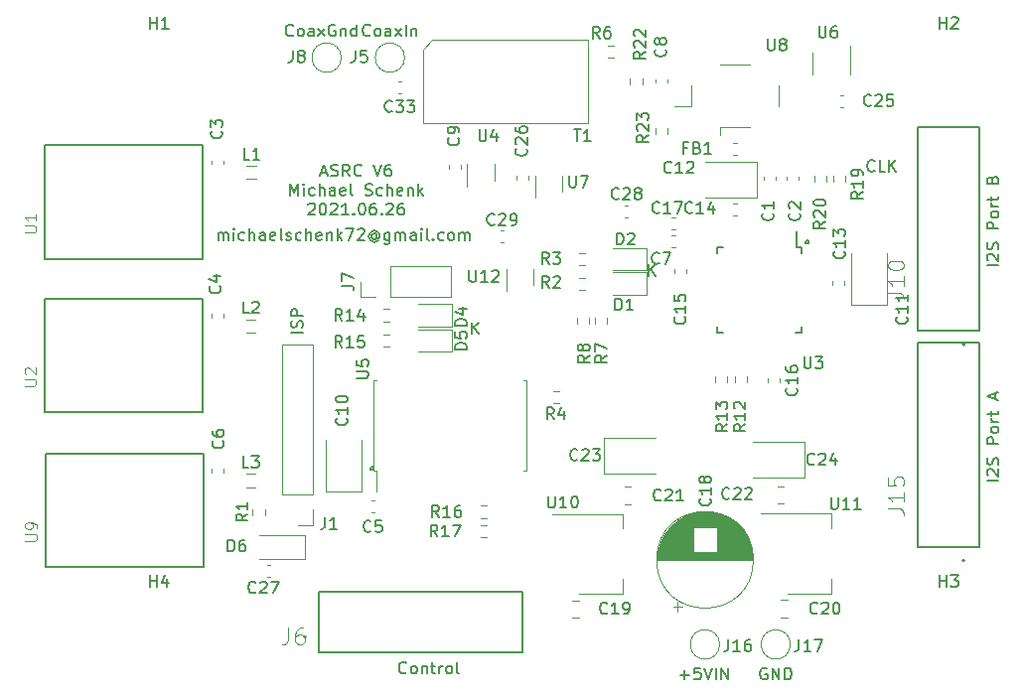
<source format=gbr>
G04 #@! TF.GenerationSoftware,KiCad,Pcbnew,(5.1.10-0-10_14)*
G04 #@! TF.CreationDate,2021-06-26T15:44:58+02:00*
G04 #@! TF.ProjectId,dac,6461632e-6b69-4636-9164-5f7063625858,rev?*
G04 #@! TF.SameCoordinates,Original*
G04 #@! TF.FileFunction,Legend,Top*
G04 #@! TF.FilePolarity,Positive*
%FSLAX46Y46*%
G04 Gerber Fmt 4.6, Leading zero omitted, Abs format (unit mm)*
G04 Created by KiCad (PCBNEW (5.1.10-0-10_14)) date 2021-06-26 15:44:58*
%MOMM*%
%LPD*%
G01*
G04 APERTURE LIST*
%ADD10C,0.150000*%
%ADD11C,0.127000*%
%ADD12C,0.120000*%
%ADD13C,0.200000*%
%ADD14C,0.015000*%
G04 APERTURE END LIST*
D10*
X125103238Y-58396142D02*
X125055619Y-58443761D01*
X124912761Y-58491380D01*
X124817523Y-58491380D01*
X124674666Y-58443761D01*
X124579428Y-58348523D01*
X124531809Y-58253285D01*
X124484190Y-58062809D01*
X124484190Y-57919952D01*
X124531809Y-57729476D01*
X124579428Y-57634238D01*
X124674666Y-57539000D01*
X124817523Y-57491380D01*
X124912761Y-57491380D01*
X125055619Y-57539000D01*
X125103238Y-57586619D01*
X125674666Y-58491380D02*
X125579428Y-58443761D01*
X125531809Y-58396142D01*
X125484190Y-58300904D01*
X125484190Y-58015190D01*
X125531809Y-57919952D01*
X125579428Y-57872333D01*
X125674666Y-57824714D01*
X125817523Y-57824714D01*
X125912761Y-57872333D01*
X125960380Y-57919952D01*
X126008000Y-58015190D01*
X126008000Y-58300904D01*
X125960380Y-58396142D01*
X125912761Y-58443761D01*
X125817523Y-58491380D01*
X125674666Y-58491380D01*
X126865142Y-58491380D02*
X126865142Y-57967571D01*
X126817523Y-57872333D01*
X126722285Y-57824714D01*
X126531809Y-57824714D01*
X126436571Y-57872333D01*
X126865142Y-58443761D02*
X126769904Y-58491380D01*
X126531809Y-58491380D01*
X126436571Y-58443761D01*
X126388952Y-58348523D01*
X126388952Y-58253285D01*
X126436571Y-58158047D01*
X126531809Y-58110428D01*
X126769904Y-58110428D01*
X126865142Y-58062809D01*
X127246095Y-58491380D02*
X127769904Y-57824714D01*
X127246095Y-57824714D02*
X127769904Y-58491380D01*
X128674666Y-57539000D02*
X128579428Y-57491380D01*
X128436571Y-57491380D01*
X128293714Y-57539000D01*
X128198476Y-57634238D01*
X128150857Y-57729476D01*
X128103238Y-57919952D01*
X128103238Y-58062809D01*
X128150857Y-58253285D01*
X128198476Y-58348523D01*
X128293714Y-58443761D01*
X128436571Y-58491380D01*
X128531809Y-58491380D01*
X128674666Y-58443761D01*
X128722285Y-58396142D01*
X128722285Y-58062809D01*
X128531809Y-58062809D01*
X129150857Y-57824714D02*
X129150857Y-58491380D01*
X129150857Y-57919952D02*
X129198476Y-57872333D01*
X129293714Y-57824714D01*
X129436571Y-57824714D01*
X129531809Y-57872333D01*
X129579428Y-57967571D01*
X129579428Y-58491380D01*
X130484190Y-58491380D02*
X130484190Y-57491380D01*
X130484190Y-58443761D02*
X130388952Y-58491380D01*
X130198476Y-58491380D01*
X130103238Y-58443761D01*
X130055619Y-58396142D01*
X130008000Y-58300904D01*
X130008000Y-58015190D01*
X130055619Y-57919952D01*
X130103238Y-57872333D01*
X130198476Y-57824714D01*
X130388952Y-57824714D01*
X130484190Y-57872333D01*
X134747238Y-112752142D02*
X134699619Y-112799761D01*
X134556761Y-112847380D01*
X134461523Y-112847380D01*
X134318666Y-112799761D01*
X134223428Y-112704523D01*
X134175809Y-112609285D01*
X134128190Y-112418809D01*
X134128190Y-112275952D01*
X134175809Y-112085476D01*
X134223428Y-111990238D01*
X134318666Y-111895000D01*
X134461523Y-111847380D01*
X134556761Y-111847380D01*
X134699619Y-111895000D01*
X134747238Y-111942619D01*
X135318666Y-112847380D02*
X135223428Y-112799761D01*
X135175809Y-112752142D01*
X135128190Y-112656904D01*
X135128190Y-112371190D01*
X135175809Y-112275952D01*
X135223428Y-112228333D01*
X135318666Y-112180714D01*
X135461523Y-112180714D01*
X135556761Y-112228333D01*
X135604380Y-112275952D01*
X135652000Y-112371190D01*
X135652000Y-112656904D01*
X135604380Y-112752142D01*
X135556761Y-112799761D01*
X135461523Y-112847380D01*
X135318666Y-112847380D01*
X136080571Y-112180714D02*
X136080571Y-112847380D01*
X136080571Y-112275952D02*
X136128190Y-112228333D01*
X136223428Y-112180714D01*
X136366285Y-112180714D01*
X136461523Y-112228333D01*
X136509142Y-112323571D01*
X136509142Y-112847380D01*
X136842476Y-112180714D02*
X137223428Y-112180714D01*
X136985333Y-111847380D02*
X136985333Y-112704523D01*
X137032952Y-112799761D01*
X137128190Y-112847380D01*
X137223428Y-112847380D01*
X137556761Y-112847380D02*
X137556761Y-112180714D01*
X137556761Y-112371190D02*
X137604380Y-112275952D01*
X137652000Y-112228333D01*
X137747238Y-112180714D01*
X137842476Y-112180714D01*
X138318666Y-112847380D02*
X138223428Y-112799761D01*
X138175809Y-112752142D01*
X138128190Y-112656904D01*
X138128190Y-112371190D01*
X138175809Y-112275952D01*
X138223428Y-112228333D01*
X138318666Y-112180714D01*
X138461523Y-112180714D01*
X138556761Y-112228333D01*
X138604380Y-112275952D01*
X138652000Y-112371190D01*
X138652000Y-112656904D01*
X138604380Y-112752142D01*
X138556761Y-112799761D01*
X138461523Y-112847380D01*
X138318666Y-112847380D01*
X139223428Y-112847380D02*
X139128190Y-112799761D01*
X139080571Y-112704523D01*
X139080571Y-111847380D01*
X131659523Y-58396142D02*
X131611904Y-58443761D01*
X131469047Y-58491380D01*
X131373809Y-58491380D01*
X131230952Y-58443761D01*
X131135714Y-58348523D01*
X131088095Y-58253285D01*
X131040476Y-58062809D01*
X131040476Y-57919952D01*
X131088095Y-57729476D01*
X131135714Y-57634238D01*
X131230952Y-57539000D01*
X131373809Y-57491380D01*
X131469047Y-57491380D01*
X131611904Y-57539000D01*
X131659523Y-57586619D01*
X132230952Y-58491380D02*
X132135714Y-58443761D01*
X132088095Y-58396142D01*
X132040476Y-58300904D01*
X132040476Y-58015190D01*
X132088095Y-57919952D01*
X132135714Y-57872333D01*
X132230952Y-57824714D01*
X132373809Y-57824714D01*
X132469047Y-57872333D01*
X132516666Y-57919952D01*
X132564285Y-58015190D01*
X132564285Y-58300904D01*
X132516666Y-58396142D01*
X132469047Y-58443761D01*
X132373809Y-58491380D01*
X132230952Y-58491380D01*
X133421428Y-58491380D02*
X133421428Y-57967571D01*
X133373809Y-57872333D01*
X133278571Y-57824714D01*
X133088095Y-57824714D01*
X132992857Y-57872333D01*
X133421428Y-58443761D02*
X133326190Y-58491380D01*
X133088095Y-58491380D01*
X132992857Y-58443761D01*
X132945238Y-58348523D01*
X132945238Y-58253285D01*
X132992857Y-58158047D01*
X133088095Y-58110428D01*
X133326190Y-58110428D01*
X133421428Y-58062809D01*
X133802380Y-58491380D02*
X134326190Y-57824714D01*
X133802380Y-57824714D02*
X134326190Y-58491380D01*
X134707142Y-58491380D02*
X134707142Y-57491380D01*
X135183333Y-57824714D02*
X135183333Y-58491380D01*
X135183333Y-57919952D02*
X135230952Y-57872333D01*
X135326190Y-57824714D01*
X135469047Y-57824714D01*
X135564285Y-57872333D01*
X135611904Y-57967571D01*
X135611904Y-58491380D01*
X140327095Y-83891380D02*
X140327095Y-82891380D01*
X140898523Y-83891380D02*
X140469952Y-83319952D01*
X140898523Y-82891380D02*
X140327095Y-83462809D01*
X155440095Y-78938380D02*
X155440095Y-77938380D01*
X156011523Y-78938380D02*
X155582952Y-78366952D01*
X156011523Y-77938380D02*
X155440095Y-78509809D01*
X168910000Y-75906380D02*
X168814761Y-75954000D01*
X168767142Y-76049238D01*
X168814761Y-76144476D01*
X168910000Y-76192095D01*
X169005238Y-76144476D01*
X169052857Y-76049238D01*
X169005238Y-75954000D01*
X168910000Y-75906380D01*
X131826000Y-95210380D02*
X131730761Y-95258000D01*
X131683142Y-95353238D01*
X131730761Y-95448476D01*
X131826000Y-95496095D01*
X131921238Y-95448476D01*
X131968857Y-95353238D01*
X131921238Y-95258000D01*
X131826000Y-95210380D01*
X174664761Y-69953142D02*
X174617142Y-70000761D01*
X174474285Y-70048380D01*
X174379047Y-70048380D01*
X174236190Y-70000761D01*
X174140952Y-69905523D01*
X174093333Y-69810285D01*
X174045714Y-69619809D01*
X174045714Y-69476952D01*
X174093333Y-69286476D01*
X174140952Y-69191238D01*
X174236190Y-69096000D01*
X174379047Y-69048380D01*
X174474285Y-69048380D01*
X174617142Y-69096000D01*
X174664761Y-69143619D01*
X175569523Y-70048380D02*
X175093333Y-70048380D01*
X175093333Y-69048380D01*
X175902857Y-70048380D02*
X175902857Y-69048380D01*
X176474285Y-70048380D02*
X176045714Y-69476952D01*
X176474285Y-69048380D02*
X175902857Y-69619809D01*
X125928380Y-83780190D02*
X124928380Y-83780190D01*
X125880761Y-83351619D02*
X125928380Y-83208761D01*
X125928380Y-82970666D01*
X125880761Y-82875428D01*
X125833142Y-82827809D01*
X125737904Y-82780190D01*
X125642666Y-82780190D01*
X125547428Y-82827809D01*
X125499809Y-82875428D01*
X125452190Y-82970666D01*
X125404571Y-83161142D01*
X125356952Y-83256380D01*
X125309333Y-83304000D01*
X125214095Y-83351619D01*
X125118857Y-83351619D01*
X125023619Y-83304000D01*
X124976000Y-83256380D01*
X124928380Y-83161142D01*
X124928380Y-82923047D01*
X124976000Y-82780190D01*
X125928380Y-82351619D02*
X124928380Y-82351619D01*
X124928380Y-81970666D01*
X124976000Y-81875428D01*
X125023619Y-81827809D01*
X125118857Y-81780190D01*
X125261714Y-81780190D01*
X125356952Y-81827809D01*
X125404571Y-81875428D01*
X125452190Y-81970666D01*
X125452190Y-82351619D01*
X185237380Y-96400476D02*
X184237380Y-96400476D01*
X184332619Y-95971904D02*
X184285000Y-95924285D01*
X184237380Y-95829047D01*
X184237380Y-95590952D01*
X184285000Y-95495714D01*
X184332619Y-95448095D01*
X184427857Y-95400476D01*
X184523095Y-95400476D01*
X184665952Y-95448095D01*
X185237380Y-96019523D01*
X185237380Y-95400476D01*
X185189761Y-95019523D02*
X185237380Y-94876666D01*
X185237380Y-94638571D01*
X185189761Y-94543333D01*
X185142142Y-94495714D01*
X185046904Y-94448095D01*
X184951666Y-94448095D01*
X184856428Y-94495714D01*
X184808809Y-94543333D01*
X184761190Y-94638571D01*
X184713571Y-94829047D01*
X184665952Y-94924285D01*
X184618333Y-94971904D01*
X184523095Y-95019523D01*
X184427857Y-95019523D01*
X184332619Y-94971904D01*
X184285000Y-94924285D01*
X184237380Y-94829047D01*
X184237380Y-94590952D01*
X184285000Y-94448095D01*
X185237380Y-93257619D02*
X184237380Y-93257619D01*
X184237380Y-92876666D01*
X184285000Y-92781428D01*
X184332619Y-92733809D01*
X184427857Y-92686190D01*
X184570714Y-92686190D01*
X184665952Y-92733809D01*
X184713571Y-92781428D01*
X184761190Y-92876666D01*
X184761190Y-93257619D01*
X185237380Y-92114761D02*
X185189761Y-92210000D01*
X185142142Y-92257619D01*
X185046904Y-92305238D01*
X184761190Y-92305238D01*
X184665952Y-92257619D01*
X184618333Y-92210000D01*
X184570714Y-92114761D01*
X184570714Y-91971904D01*
X184618333Y-91876666D01*
X184665952Y-91829047D01*
X184761190Y-91781428D01*
X185046904Y-91781428D01*
X185142142Y-91829047D01*
X185189761Y-91876666D01*
X185237380Y-91971904D01*
X185237380Y-92114761D01*
X185237380Y-91352857D02*
X184570714Y-91352857D01*
X184761190Y-91352857D02*
X184665952Y-91305238D01*
X184618333Y-91257619D01*
X184570714Y-91162380D01*
X184570714Y-91067142D01*
X184570714Y-90876666D02*
X184570714Y-90495714D01*
X184237380Y-90733809D02*
X185094523Y-90733809D01*
X185189761Y-90686190D01*
X185237380Y-90590952D01*
X185237380Y-90495714D01*
X184951666Y-89448095D02*
X184951666Y-88971904D01*
X185237380Y-89543333D02*
X184237380Y-89210000D01*
X185237380Y-88876666D01*
X185237380Y-78056904D02*
X184237380Y-78056904D01*
X184332619Y-77628333D02*
X184285000Y-77580714D01*
X184237380Y-77485476D01*
X184237380Y-77247380D01*
X184285000Y-77152142D01*
X184332619Y-77104523D01*
X184427857Y-77056904D01*
X184523095Y-77056904D01*
X184665952Y-77104523D01*
X185237380Y-77675952D01*
X185237380Y-77056904D01*
X185189761Y-76675952D02*
X185237380Y-76533095D01*
X185237380Y-76295000D01*
X185189761Y-76199761D01*
X185142142Y-76152142D01*
X185046904Y-76104523D01*
X184951666Y-76104523D01*
X184856428Y-76152142D01*
X184808809Y-76199761D01*
X184761190Y-76295000D01*
X184713571Y-76485476D01*
X184665952Y-76580714D01*
X184618333Y-76628333D01*
X184523095Y-76675952D01*
X184427857Y-76675952D01*
X184332619Y-76628333D01*
X184285000Y-76580714D01*
X184237380Y-76485476D01*
X184237380Y-76247380D01*
X184285000Y-76104523D01*
X185237380Y-74914047D02*
X184237380Y-74914047D01*
X184237380Y-74533095D01*
X184285000Y-74437857D01*
X184332619Y-74390238D01*
X184427857Y-74342619D01*
X184570714Y-74342619D01*
X184665952Y-74390238D01*
X184713571Y-74437857D01*
X184761190Y-74533095D01*
X184761190Y-74914047D01*
X185237380Y-73771190D02*
X185189761Y-73866428D01*
X185142142Y-73914047D01*
X185046904Y-73961666D01*
X184761190Y-73961666D01*
X184665952Y-73914047D01*
X184618333Y-73866428D01*
X184570714Y-73771190D01*
X184570714Y-73628333D01*
X184618333Y-73533095D01*
X184665952Y-73485476D01*
X184761190Y-73437857D01*
X185046904Y-73437857D01*
X185142142Y-73485476D01*
X185189761Y-73533095D01*
X185237380Y-73628333D01*
X185237380Y-73771190D01*
X185237380Y-73009285D02*
X184570714Y-73009285D01*
X184761190Y-73009285D02*
X184665952Y-72961666D01*
X184618333Y-72914047D01*
X184570714Y-72818809D01*
X184570714Y-72723571D01*
X184570714Y-72533095D02*
X184570714Y-72152142D01*
X184237380Y-72390238D02*
X185094523Y-72390238D01*
X185189761Y-72342619D01*
X185237380Y-72247380D01*
X185237380Y-72152142D01*
X184713571Y-70723571D02*
X184761190Y-70580714D01*
X184808809Y-70533095D01*
X184904047Y-70485476D01*
X185046904Y-70485476D01*
X185142142Y-70533095D01*
X185189761Y-70580714D01*
X185237380Y-70675952D01*
X185237380Y-71056904D01*
X184237380Y-71056904D01*
X184237380Y-70723571D01*
X184285000Y-70628333D01*
X184332619Y-70580714D01*
X184427857Y-70533095D01*
X184523095Y-70533095D01*
X184618333Y-70580714D01*
X184665952Y-70628333D01*
X184713571Y-70723571D01*
X184713571Y-71056904D01*
X158099380Y-112974428D02*
X158861285Y-112974428D01*
X158480333Y-113355380D02*
X158480333Y-112593476D01*
X159813666Y-112355380D02*
X159337476Y-112355380D01*
X159289857Y-112831571D01*
X159337476Y-112783952D01*
X159432714Y-112736333D01*
X159670809Y-112736333D01*
X159766047Y-112783952D01*
X159813666Y-112831571D01*
X159861285Y-112926809D01*
X159861285Y-113164904D01*
X159813666Y-113260142D01*
X159766047Y-113307761D01*
X159670809Y-113355380D01*
X159432714Y-113355380D01*
X159337476Y-113307761D01*
X159289857Y-113260142D01*
X160147000Y-112355380D02*
X160480333Y-113355380D01*
X160813666Y-112355380D01*
X161147000Y-113355380D02*
X161147000Y-112355380D01*
X161623190Y-113355380D02*
X161623190Y-112355380D01*
X162194619Y-113355380D01*
X162194619Y-112355380D01*
X165481095Y-112403000D02*
X165385857Y-112355380D01*
X165243000Y-112355380D01*
X165100142Y-112403000D01*
X165004904Y-112498238D01*
X164957285Y-112593476D01*
X164909666Y-112783952D01*
X164909666Y-112926809D01*
X164957285Y-113117285D01*
X165004904Y-113212523D01*
X165100142Y-113307761D01*
X165243000Y-113355380D01*
X165338238Y-113355380D01*
X165481095Y-113307761D01*
X165528714Y-113260142D01*
X165528714Y-112926809D01*
X165338238Y-112926809D01*
X165957285Y-113355380D02*
X165957285Y-112355380D01*
X166528714Y-113355380D01*
X166528714Y-112355380D01*
X167004904Y-113355380D02*
X167004904Y-112355380D01*
X167243000Y-112355380D01*
X167385857Y-112403000D01*
X167481095Y-112498238D01*
X167528714Y-112593476D01*
X167576333Y-112783952D01*
X167576333Y-112926809D01*
X167528714Y-113117285D01*
X167481095Y-113212523D01*
X167385857Y-113307761D01*
X167243000Y-113355380D01*
X167004904Y-113355380D01*
X118698714Y-75890380D02*
X118698714Y-75223714D01*
X118698714Y-75318952D02*
X118746333Y-75271333D01*
X118841571Y-75223714D01*
X118984428Y-75223714D01*
X119079666Y-75271333D01*
X119127285Y-75366571D01*
X119127285Y-75890380D01*
X119127285Y-75366571D02*
X119174904Y-75271333D01*
X119270142Y-75223714D01*
X119413000Y-75223714D01*
X119508238Y-75271333D01*
X119555857Y-75366571D01*
X119555857Y-75890380D01*
X120032047Y-75890380D02*
X120032047Y-75223714D01*
X120032047Y-74890380D02*
X119984428Y-74938000D01*
X120032047Y-74985619D01*
X120079666Y-74938000D01*
X120032047Y-74890380D01*
X120032047Y-74985619D01*
X120936809Y-75842761D02*
X120841571Y-75890380D01*
X120651095Y-75890380D01*
X120555857Y-75842761D01*
X120508238Y-75795142D01*
X120460619Y-75699904D01*
X120460619Y-75414190D01*
X120508238Y-75318952D01*
X120555857Y-75271333D01*
X120651095Y-75223714D01*
X120841571Y-75223714D01*
X120936809Y-75271333D01*
X121365380Y-75890380D02*
X121365380Y-74890380D01*
X121793952Y-75890380D02*
X121793952Y-75366571D01*
X121746333Y-75271333D01*
X121651095Y-75223714D01*
X121508238Y-75223714D01*
X121413000Y-75271333D01*
X121365380Y-75318952D01*
X122698714Y-75890380D02*
X122698714Y-75366571D01*
X122651095Y-75271333D01*
X122555857Y-75223714D01*
X122365380Y-75223714D01*
X122270142Y-75271333D01*
X122698714Y-75842761D02*
X122603476Y-75890380D01*
X122365380Y-75890380D01*
X122270142Y-75842761D01*
X122222523Y-75747523D01*
X122222523Y-75652285D01*
X122270142Y-75557047D01*
X122365380Y-75509428D01*
X122603476Y-75509428D01*
X122698714Y-75461809D01*
X123555857Y-75842761D02*
X123460619Y-75890380D01*
X123270142Y-75890380D01*
X123174904Y-75842761D01*
X123127285Y-75747523D01*
X123127285Y-75366571D01*
X123174904Y-75271333D01*
X123270142Y-75223714D01*
X123460619Y-75223714D01*
X123555857Y-75271333D01*
X123603476Y-75366571D01*
X123603476Y-75461809D01*
X123127285Y-75557047D01*
X124174904Y-75890380D02*
X124079666Y-75842761D01*
X124032047Y-75747523D01*
X124032047Y-74890380D01*
X124508238Y-75842761D02*
X124603476Y-75890380D01*
X124793952Y-75890380D01*
X124889190Y-75842761D01*
X124936809Y-75747523D01*
X124936809Y-75699904D01*
X124889190Y-75604666D01*
X124793952Y-75557047D01*
X124651095Y-75557047D01*
X124555857Y-75509428D01*
X124508238Y-75414190D01*
X124508238Y-75366571D01*
X124555857Y-75271333D01*
X124651095Y-75223714D01*
X124793952Y-75223714D01*
X124889190Y-75271333D01*
X125793952Y-75842761D02*
X125698714Y-75890380D01*
X125508238Y-75890380D01*
X125413000Y-75842761D01*
X125365380Y-75795142D01*
X125317761Y-75699904D01*
X125317761Y-75414190D01*
X125365380Y-75318952D01*
X125413000Y-75271333D01*
X125508238Y-75223714D01*
X125698714Y-75223714D01*
X125793952Y-75271333D01*
X126222523Y-75890380D02*
X126222523Y-74890380D01*
X126651095Y-75890380D02*
X126651095Y-75366571D01*
X126603476Y-75271333D01*
X126508238Y-75223714D01*
X126365380Y-75223714D01*
X126270142Y-75271333D01*
X126222523Y-75318952D01*
X127508238Y-75842761D02*
X127413000Y-75890380D01*
X127222523Y-75890380D01*
X127127285Y-75842761D01*
X127079666Y-75747523D01*
X127079666Y-75366571D01*
X127127285Y-75271333D01*
X127222523Y-75223714D01*
X127413000Y-75223714D01*
X127508238Y-75271333D01*
X127555857Y-75366571D01*
X127555857Y-75461809D01*
X127079666Y-75557047D01*
X127984428Y-75223714D02*
X127984428Y-75890380D01*
X127984428Y-75318952D02*
X128032047Y-75271333D01*
X128127285Y-75223714D01*
X128270142Y-75223714D01*
X128365380Y-75271333D01*
X128413000Y-75366571D01*
X128413000Y-75890380D01*
X128889190Y-75890380D02*
X128889190Y-74890380D01*
X128984428Y-75509428D02*
X129270142Y-75890380D01*
X129270142Y-75223714D02*
X128889190Y-75604666D01*
X129603476Y-74890380D02*
X130270142Y-74890380D01*
X129841571Y-75890380D01*
X130603476Y-74985619D02*
X130651095Y-74938000D01*
X130746333Y-74890380D01*
X130984428Y-74890380D01*
X131079666Y-74938000D01*
X131127285Y-74985619D01*
X131174904Y-75080857D01*
X131174904Y-75176095D01*
X131127285Y-75318952D01*
X130555857Y-75890380D01*
X131174904Y-75890380D01*
X132222523Y-75414190D02*
X132174904Y-75366571D01*
X132079666Y-75318952D01*
X131984428Y-75318952D01*
X131889190Y-75366571D01*
X131841571Y-75414190D01*
X131793952Y-75509428D01*
X131793952Y-75604666D01*
X131841571Y-75699904D01*
X131889190Y-75747523D01*
X131984428Y-75795142D01*
X132079666Y-75795142D01*
X132174904Y-75747523D01*
X132222523Y-75699904D01*
X132222523Y-75318952D02*
X132222523Y-75699904D01*
X132270142Y-75747523D01*
X132317761Y-75747523D01*
X132413000Y-75699904D01*
X132460619Y-75604666D01*
X132460619Y-75366571D01*
X132365380Y-75223714D01*
X132222523Y-75128476D01*
X132032047Y-75080857D01*
X131841571Y-75128476D01*
X131698714Y-75223714D01*
X131603476Y-75366571D01*
X131555857Y-75557047D01*
X131603476Y-75747523D01*
X131698714Y-75890380D01*
X131841571Y-75985619D01*
X132032047Y-76033238D01*
X132222523Y-75985619D01*
X132365380Y-75890380D01*
X133317761Y-75223714D02*
X133317761Y-76033238D01*
X133270142Y-76128476D01*
X133222523Y-76176095D01*
X133127285Y-76223714D01*
X132984428Y-76223714D01*
X132889190Y-76176095D01*
X133317761Y-75842761D02*
X133222523Y-75890380D01*
X133032047Y-75890380D01*
X132936809Y-75842761D01*
X132889190Y-75795142D01*
X132841571Y-75699904D01*
X132841571Y-75414190D01*
X132889190Y-75318952D01*
X132936809Y-75271333D01*
X133032047Y-75223714D01*
X133222523Y-75223714D01*
X133317761Y-75271333D01*
X133793952Y-75890380D02*
X133793952Y-75223714D01*
X133793952Y-75318952D02*
X133841571Y-75271333D01*
X133936809Y-75223714D01*
X134079666Y-75223714D01*
X134174904Y-75271333D01*
X134222523Y-75366571D01*
X134222523Y-75890380D01*
X134222523Y-75366571D02*
X134270142Y-75271333D01*
X134365380Y-75223714D01*
X134508238Y-75223714D01*
X134603476Y-75271333D01*
X134651095Y-75366571D01*
X134651095Y-75890380D01*
X135555857Y-75890380D02*
X135555857Y-75366571D01*
X135508238Y-75271333D01*
X135413000Y-75223714D01*
X135222523Y-75223714D01*
X135127285Y-75271333D01*
X135555857Y-75842761D02*
X135460619Y-75890380D01*
X135222523Y-75890380D01*
X135127285Y-75842761D01*
X135079666Y-75747523D01*
X135079666Y-75652285D01*
X135127285Y-75557047D01*
X135222523Y-75509428D01*
X135460619Y-75509428D01*
X135555857Y-75461809D01*
X136032047Y-75890380D02*
X136032047Y-75223714D01*
X136032047Y-74890380D02*
X135984428Y-74938000D01*
X136032047Y-74985619D01*
X136079666Y-74938000D01*
X136032047Y-74890380D01*
X136032047Y-74985619D01*
X136651095Y-75890380D02*
X136555857Y-75842761D01*
X136508238Y-75747523D01*
X136508238Y-74890380D01*
X137032047Y-75795142D02*
X137079666Y-75842761D01*
X137032047Y-75890380D01*
X136984428Y-75842761D01*
X137032047Y-75795142D01*
X137032047Y-75890380D01*
X137936809Y-75842761D02*
X137841571Y-75890380D01*
X137651095Y-75890380D01*
X137555857Y-75842761D01*
X137508238Y-75795142D01*
X137460619Y-75699904D01*
X137460619Y-75414190D01*
X137508238Y-75318952D01*
X137555857Y-75271333D01*
X137651095Y-75223714D01*
X137841571Y-75223714D01*
X137936809Y-75271333D01*
X138508238Y-75890380D02*
X138413000Y-75842761D01*
X138365380Y-75795142D01*
X138317761Y-75699904D01*
X138317761Y-75414190D01*
X138365380Y-75318952D01*
X138413000Y-75271333D01*
X138508238Y-75223714D01*
X138651095Y-75223714D01*
X138746333Y-75271333D01*
X138793952Y-75318952D01*
X138841571Y-75414190D01*
X138841571Y-75699904D01*
X138793952Y-75795142D01*
X138746333Y-75842761D01*
X138651095Y-75890380D01*
X138508238Y-75890380D01*
X139270142Y-75890380D02*
X139270142Y-75223714D01*
X139270142Y-75318952D02*
X139317761Y-75271333D01*
X139413000Y-75223714D01*
X139555857Y-75223714D01*
X139651095Y-75271333D01*
X139698714Y-75366571D01*
X139698714Y-75890380D01*
X139698714Y-75366571D02*
X139746333Y-75271333D01*
X139841571Y-75223714D01*
X139984428Y-75223714D01*
X140079666Y-75271333D01*
X140127285Y-75366571D01*
X140127285Y-75890380D01*
X127492500Y-70144666D02*
X127968690Y-70144666D01*
X127397261Y-70430380D02*
X127730595Y-69430380D01*
X128063928Y-70430380D01*
X128349642Y-70382761D02*
X128492500Y-70430380D01*
X128730595Y-70430380D01*
X128825833Y-70382761D01*
X128873452Y-70335142D01*
X128921071Y-70239904D01*
X128921071Y-70144666D01*
X128873452Y-70049428D01*
X128825833Y-70001809D01*
X128730595Y-69954190D01*
X128540119Y-69906571D01*
X128444880Y-69858952D01*
X128397261Y-69811333D01*
X128349642Y-69716095D01*
X128349642Y-69620857D01*
X128397261Y-69525619D01*
X128444880Y-69478000D01*
X128540119Y-69430380D01*
X128778214Y-69430380D01*
X128921071Y-69478000D01*
X129921071Y-70430380D02*
X129587738Y-69954190D01*
X129349642Y-70430380D02*
X129349642Y-69430380D01*
X129730595Y-69430380D01*
X129825833Y-69478000D01*
X129873452Y-69525619D01*
X129921071Y-69620857D01*
X129921071Y-69763714D01*
X129873452Y-69858952D01*
X129825833Y-69906571D01*
X129730595Y-69954190D01*
X129349642Y-69954190D01*
X130921071Y-70335142D02*
X130873452Y-70382761D01*
X130730595Y-70430380D01*
X130635357Y-70430380D01*
X130492500Y-70382761D01*
X130397261Y-70287523D01*
X130349642Y-70192285D01*
X130302023Y-70001809D01*
X130302023Y-69858952D01*
X130349642Y-69668476D01*
X130397261Y-69573238D01*
X130492500Y-69478000D01*
X130635357Y-69430380D01*
X130730595Y-69430380D01*
X130873452Y-69478000D01*
X130921071Y-69525619D01*
X131968690Y-69430380D02*
X132302023Y-70430380D01*
X132635357Y-69430380D01*
X133397261Y-69430380D02*
X133206785Y-69430380D01*
X133111547Y-69478000D01*
X133063928Y-69525619D01*
X132968690Y-69668476D01*
X132921071Y-69858952D01*
X132921071Y-70239904D01*
X132968690Y-70335142D01*
X133016309Y-70382761D01*
X133111547Y-70430380D01*
X133302023Y-70430380D01*
X133397261Y-70382761D01*
X133444880Y-70335142D01*
X133492500Y-70239904D01*
X133492500Y-70001809D01*
X133444880Y-69906571D01*
X133397261Y-69858952D01*
X133302023Y-69811333D01*
X133111547Y-69811333D01*
X133016309Y-69858952D01*
X132968690Y-69906571D01*
X132921071Y-70001809D01*
X124873452Y-72080380D02*
X124873452Y-71080380D01*
X125206785Y-71794666D01*
X125540119Y-71080380D01*
X125540119Y-72080380D01*
X126016309Y-72080380D02*
X126016309Y-71413714D01*
X126016309Y-71080380D02*
X125968690Y-71128000D01*
X126016309Y-71175619D01*
X126063928Y-71128000D01*
X126016309Y-71080380D01*
X126016309Y-71175619D01*
X126921071Y-72032761D02*
X126825833Y-72080380D01*
X126635357Y-72080380D01*
X126540119Y-72032761D01*
X126492500Y-71985142D01*
X126444880Y-71889904D01*
X126444880Y-71604190D01*
X126492500Y-71508952D01*
X126540119Y-71461333D01*
X126635357Y-71413714D01*
X126825833Y-71413714D01*
X126921071Y-71461333D01*
X127349642Y-72080380D02*
X127349642Y-71080380D01*
X127778214Y-72080380D02*
X127778214Y-71556571D01*
X127730595Y-71461333D01*
X127635357Y-71413714D01*
X127492500Y-71413714D01*
X127397261Y-71461333D01*
X127349642Y-71508952D01*
X128682976Y-72080380D02*
X128682976Y-71556571D01*
X128635357Y-71461333D01*
X128540119Y-71413714D01*
X128349642Y-71413714D01*
X128254404Y-71461333D01*
X128682976Y-72032761D02*
X128587738Y-72080380D01*
X128349642Y-72080380D01*
X128254404Y-72032761D01*
X128206785Y-71937523D01*
X128206785Y-71842285D01*
X128254404Y-71747047D01*
X128349642Y-71699428D01*
X128587738Y-71699428D01*
X128682976Y-71651809D01*
X129540119Y-72032761D02*
X129444880Y-72080380D01*
X129254404Y-72080380D01*
X129159166Y-72032761D01*
X129111547Y-71937523D01*
X129111547Y-71556571D01*
X129159166Y-71461333D01*
X129254404Y-71413714D01*
X129444880Y-71413714D01*
X129540119Y-71461333D01*
X129587738Y-71556571D01*
X129587738Y-71651809D01*
X129111547Y-71747047D01*
X130159166Y-72080380D02*
X130063928Y-72032761D01*
X130016309Y-71937523D01*
X130016309Y-71080380D01*
X131254404Y-72032761D02*
X131397261Y-72080380D01*
X131635357Y-72080380D01*
X131730595Y-72032761D01*
X131778214Y-71985142D01*
X131825833Y-71889904D01*
X131825833Y-71794666D01*
X131778214Y-71699428D01*
X131730595Y-71651809D01*
X131635357Y-71604190D01*
X131444880Y-71556571D01*
X131349642Y-71508952D01*
X131302023Y-71461333D01*
X131254404Y-71366095D01*
X131254404Y-71270857D01*
X131302023Y-71175619D01*
X131349642Y-71128000D01*
X131444880Y-71080380D01*
X131682976Y-71080380D01*
X131825833Y-71128000D01*
X132682976Y-72032761D02*
X132587738Y-72080380D01*
X132397261Y-72080380D01*
X132302023Y-72032761D01*
X132254404Y-71985142D01*
X132206785Y-71889904D01*
X132206785Y-71604190D01*
X132254404Y-71508952D01*
X132302023Y-71461333D01*
X132397261Y-71413714D01*
X132587738Y-71413714D01*
X132682976Y-71461333D01*
X133111547Y-72080380D02*
X133111547Y-71080380D01*
X133540119Y-72080380D02*
X133540119Y-71556571D01*
X133492500Y-71461333D01*
X133397261Y-71413714D01*
X133254404Y-71413714D01*
X133159166Y-71461333D01*
X133111547Y-71508952D01*
X134397261Y-72032761D02*
X134302023Y-72080380D01*
X134111547Y-72080380D01*
X134016309Y-72032761D01*
X133968690Y-71937523D01*
X133968690Y-71556571D01*
X134016309Y-71461333D01*
X134111547Y-71413714D01*
X134302023Y-71413714D01*
X134397261Y-71461333D01*
X134444880Y-71556571D01*
X134444880Y-71651809D01*
X133968690Y-71747047D01*
X134873452Y-71413714D02*
X134873452Y-72080380D01*
X134873452Y-71508952D02*
X134921071Y-71461333D01*
X135016309Y-71413714D01*
X135159166Y-71413714D01*
X135254404Y-71461333D01*
X135302023Y-71556571D01*
X135302023Y-72080380D01*
X135778214Y-72080380D02*
X135778214Y-71080380D01*
X135873452Y-71699428D02*
X136159166Y-72080380D01*
X136159166Y-71413714D02*
X135778214Y-71794666D01*
X126397261Y-72825619D02*
X126444880Y-72778000D01*
X126540119Y-72730380D01*
X126778214Y-72730380D01*
X126873452Y-72778000D01*
X126921071Y-72825619D01*
X126968690Y-72920857D01*
X126968690Y-73016095D01*
X126921071Y-73158952D01*
X126349642Y-73730380D01*
X126968690Y-73730380D01*
X127587738Y-72730380D02*
X127682976Y-72730380D01*
X127778214Y-72778000D01*
X127825833Y-72825619D01*
X127873452Y-72920857D01*
X127921071Y-73111333D01*
X127921071Y-73349428D01*
X127873452Y-73539904D01*
X127825833Y-73635142D01*
X127778214Y-73682761D01*
X127682976Y-73730380D01*
X127587738Y-73730380D01*
X127492500Y-73682761D01*
X127444880Y-73635142D01*
X127397261Y-73539904D01*
X127349642Y-73349428D01*
X127349642Y-73111333D01*
X127397261Y-72920857D01*
X127444880Y-72825619D01*
X127492500Y-72778000D01*
X127587738Y-72730380D01*
X128302023Y-72825619D02*
X128349642Y-72778000D01*
X128444880Y-72730380D01*
X128682976Y-72730380D01*
X128778214Y-72778000D01*
X128825833Y-72825619D01*
X128873452Y-72920857D01*
X128873452Y-73016095D01*
X128825833Y-73158952D01*
X128254404Y-73730380D01*
X128873452Y-73730380D01*
X129825833Y-73730380D02*
X129254404Y-73730380D01*
X129540119Y-73730380D02*
X129540119Y-72730380D01*
X129444880Y-72873238D01*
X129349642Y-72968476D01*
X129254404Y-73016095D01*
X130254404Y-73635142D02*
X130302023Y-73682761D01*
X130254404Y-73730380D01*
X130206785Y-73682761D01*
X130254404Y-73635142D01*
X130254404Y-73730380D01*
X130921071Y-72730380D02*
X131016309Y-72730380D01*
X131111547Y-72778000D01*
X131159166Y-72825619D01*
X131206785Y-72920857D01*
X131254404Y-73111333D01*
X131254404Y-73349428D01*
X131206785Y-73539904D01*
X131159166Y-73635142D01*
X131111547Y-73682761D01*
X131016309Y-73730380D01*
X130921071Y-73730380D01*
X130825833Y-73682761D01*
X130778214Y-73635142D01*
X130730595Y-73539904D01*
X130682976Y-73349428D01*
X130682976Y-73111333D01*
X130730595Y-72920857D01*
X130778214Y-72825619D01*
X130825833Y-72778000D01*
X130921071Y-72730380D01*
X132111547Y-72730380D02*
X131921071Y-72730380D01*
X131825833Y-72778000D01*
X131778214Y-72825619D01*
X131682976Y-72968476D01*
X131635357Y-73158952D01*
X131635357Y-73539904D01*
X131682976Y-73635142D01*
X131730595Y-73682761D01*
X131825833Y-73730380D01*
X132016309Y-73730380D01*
X132111547Y-73682761D01*
X132159166Y-73635142D01*
X132206785Y-73539904D01*
X132206785Y-73301809D01*
X132159166Y-73206571D01*
X132111547Y-73158952D01*
X132016309Y-73111333D01*
X131825833Y-73111333D01*
X131730595Y-73158952D01*
X131682976Y-73206571D01*
X131635357Y-73301809D01*
X132635357Y-73635142D02*
X132682976Y-73682761D01*
X132635357Y-73730380D01*
X132587738Y-73682761D01*
X132635357Y-73635142D01*
X132635357Y-73730380D01*
X133063928Y-72825619D02*
X133111547Y-72778000D01*
X133206785Y-72730380D01*
X133444880Y-72730380D01*
X133540119Y-72778000D01*
X133587738Y-72825619D01*
X133635357Y-72920857D01*
X133635357Y-73016095D01*
X133587738Y-73158952D01*
X133016309Y-73730380D01*
X133635357Y-73730380D01*
X134492500Y-72730380D02*
X134302023Y-72730380D01*
X134206785Y-72778000D01*
X134159166Y-72825619D01*
X134063928Y-72968476D01*
X134016309Y-73158952D01*
X134016309Y-73539904D01*
X134063928Y-73635142D01*
X134111547Y-73682761D01*
X134206785Y-73730380D01*
X134397261Y-73730380D01*
X134492500Y-73682761D01*
X134540119Y-73635142D01*
X134587738Y-73539904D01*
X134587738Y-73301809D01*
X134540119Y-73206571D01*
X134492500Y-73158952D01*
X134397261Y-73111333D01*
X134206785Y-73111333D01*
X134111547Y-73158952D01*
X134063928Y-73206571D01*
X134016309Y-73301809D01*
D11*
X103968500Y-94083000D02*
X103968500Y-103783000D01*
X103968500Y-94083000D02*
X117468500Y-94083000D01*
X103968500Y-103783000D02*
X117468500Y-103783000D01*
X117468500Y-94083000D02*
X117468500Y-103783000D01*
X103905000Y-80875000D02*
X103905000Y-90575000D01*
X103905000Y-80875000D02*
X117405000Y-80875000D01*
X103905000Y-90575000D02*
X117405000Y-90575000D01*
X117405000Y-80875000D02*
X117405000Y-90575000D01*
X103905000Y-67794000D02*
X103905000Y-77494000D01*
X103905000Y-67794000D02*
X117405000Y-67794000D01*
X103905000Y-77494000D02*
X117405000Y-77494000D01*
X117405000Y-67794000D02*
X117405000Y-77494000D01*
D12*
X134066233Y-62355000D02*
X134358767Y-62355000D01*
X134066233Y-63375000D02*
X134358767Y-63375000D01*
X136171000Y-59617000D02*
X136971000Y-58817000D01*
X136971000Y-58817000D02*
X150271000Y-58817000D01*
X150271000Y-58817000D02*
X150271000Y-65897000D01*
X150271000Y-65897000D02*
X136171000Y-65897000D01*
X136171000Y-65897000D02*
X136171000Y-59617000D01*
X145588001Y-79722001D02*
X145588001Y-78322001D01*
X143268001Y-78322001D02*
X143268001Y-80222001D01*
X121072258Y-96953000D02*
X121892742Y-96953000D01*
X121072258Y-95833000D02*
X121892742Y-95833000D01*
X143047767Y-75055000D02*
X142755233Y-75055000D01*
X143047767Y-76075000D02*
X142755233Y-76075000D01*
X118171500Y-95384233D02*
X118171500Y-95676767D01*
X119191500Y-95384233D02*
X119191500Y-95676767D01*
X152464224Y-60339500D02*
X151954776Y-60339500D01*
X152464224Y-59294500D02*
X151954776Y-59294500D01*
X129203500Y-60325000D02*
G75*
G03*
X129203500Y-60325000I-1251000J0D01*
G01*
X134601000Y-60325000D02*
G75*
G03*
X134601000Y-60325000I-1251000J0D01*
G01*
X153359733Y-72896000D02*
X153652267Y-72896000D01*
X153359733Y-73916000D02*
X153652267Y-73916000D01*
X157360233Y-74982800D02*
X157652767Y-74982800D01*
X157360233Y-73962800D02*
X157652767Y-73962800D01*
X157358033Y-75512200D02*
X157650567Y-75512200D01*
X157358033Y-76532200D02*
X157650567Y-76532200D01*
D13*
X126208500Y-109728000D02*
G75*
G03*
X126208500Y-109728000I-100000J0D01*
G01*
D11*
X127253500Y-105858000D02*
X144653500Y-105858000D01*
X144653500Y-105858000D02*
X144653500Y-111058000D01*
X144653500Y-111058000D02*
X127253500Y-111058000D01*
X127253500Y-111058000D02*
X127253500Y-105858000D01*
X183575000Y-102045000D02*
X178375000Y-102045000D01*
X183575000Y-84645000D02*
X183575000Y-102045000D01*
X178375000Y-84645000D02*
X183575000Y-84645000D01*
X178375000Y-102045000D02*
X178375000Y-84645000D01*
D13*
X182345000Y-103190000D02*
G75*
G03*
X182345000Y-103190000I-100000J0D01*
G01*
X182345000Y-84775000D02*
G75*
G03*
X182345000Y-84775000I-100000J0D01*
G01*
D11*
X178375000Y-83630000D02*
X178375000Y-66230000D01*
X178375000Y-66230000D02*
X183575000Y-66230000D01*
X183575000Y-66230000D02*
X183575000Y-83630000D01*
X183575000Y-83630000D02*
X178375000Y-83630000D01*
D12*
X147741724Y-89803500D02*
X147232276Y-89803500D01*
X147741724Y-88758500D02*
X147232276Y-88758500D01*
X122696500Y-98828776D02*
X122696500Y-99338224D01*
X121651500Y-98828776D02*
X121651500Y-99338224D01*
X138553500Y-80768500D02*
X138553500Y-78108500D01*
X133413500Y-80768500D02*
X138553500Y-80768500D01*
X133413500Y-78108500D02*
X138553500Y-78108500D01*
X133413500Y-80768500D02*
X133413500Y-78108500D01*
X132143500Y-80768500D02*
X130813500Y-80768500D01*
X130813500Y-80768500D02*
X130813500Y-79438500D01*
X126076000Y-103044500D02*
X126076000Y-101044500D01*
X126076000Y-101044500D02*
X122176000Y-101044500D01*
X126076000Y-103044500D02*
X122176000Y-103044500D01*
X122890233Y-103604600D02*
X123182767Y-103604600D01*
X122890233Y-104624600D02*
X123182767Y-104624600D01*
X121084958Y-82650400D02*
X121905442Y-82650400D01*
X121084958Y-83770400D02*
X121905442Y-83770400D01*
X121135758Y-69544000D02*
X121956242Y-69544000D01*
X121135758Y-70664000D02*
X121956242Y-70664000D01*
X141072776Y-100188500D02*
X141582224Y-100188500D01*
X141072776Y-101233500D02*
X141582224Y-101233500D01*
X141072776Y-98537500D02*
X141582224Y-98537500D01*
X141072776Y-99582500D02*
X141582224Y-99582500D01*
X132817776Y-83932500D02*
X133327224Y-83932500D01*
X132817776Y-84977500D02*
X133327224Y-84977500D01*
X132817776Y-81773500D02*
X133327224Y-81773500D01*
X132817776Y-82818500D02*
X133327224Y-82818500D01*
X135770000Y-85415000D02*
X138630000Y-85415000D01*
X138630000Y-85415000D02*
X138630000Y-83495000D01*
X138630000Y-83495000D02*
X135770000Y-83495000D01*
X135770000Y-83256000D02*
X138630000Y-83256000D01*
X138630000Y-83256000D02*
X138630000Y-81336000D01*
X138630000Y-81336000D02*
X135770000Y-81336000D01*
X162618033Y-68582000D02*
X162910567Y-68582000D01*
X162618033Y-67562000D02*
X162910567Y-67562000D01*
X148050500Y-71760000D02*
X148050500Y-70360000D01*
X145730500Y-70360000D02*
X145730500Y-72260000D01*
X142257000Y-70820200D02*
X142257000Y-69420200D01*
X139937000Y-69420200D02*
X139937000Y-71320200D01*
X144143000Y-70439233D02*
X144143000Y-70731767D01*
X145163000Y-70439233D02*
X145163000Y-70731767D01*
X138364500Y-69486733D02*
X138364500Y-69779267D01*
X139384500Y-69486733D02*
X139384500Y-69779267D01*
X169367600Y-59925200D02*
X169367600Y-61725200D01*
X172587600Y-61725200D02*
X172587600Y-59275200D01*
X172001567Y-64518000D02*
X171709033Y-64518000D01*
X172001567Y-63498000D02*
X171709033Y-63498000D01*
X157037300Y-66851624D02*
X157037300Y-66342176D01*
X155992300Y-66851624D02*
X155992300Y-66342176D01*
X154852900Y-62635224D02*
X154852900Y-62125776D01*
X153807900Y-62635224D02*
X153807900Y-62125776D01*
X170550100Y-70868624D02*
X170550100Y-70359176D01*
X169505100Y-70868624D02*
X169505100Y-70359176D01*
X172175700Y-70868624D02*
X172175700Y-70359176D01*
X171130700Y-70868624D02*
X171130700Y-70359176D01*
X161072300Y-87525776D02*
X161072300Y-88035224D01*
X162117300Y-87525776D02*
X162117300Y-88035224D01*
X162748700Y-87525776D02*
X162748700Y-88035224D01*
X163793700Y-87525776D02*
X163793700Y-88035224D01*
X149505576Y-78043300D02*
X150015024Y-78043300D01*
X149505576Y-76998300D02*
X150015024Y-76998300D01*
X149501776Y-80126100D02*
X150011224Y-80126100D01*
X149501776Y-79081100D02*
X150011224Y-79081100D01*
X167494000Y-110363000D02*
G75*
G03*
X167494000Y-110363000I-1251000J0D01*
G01*
X161461500Y-110363000D02*
G75*
G03*
X161461500Y-110363000I-1251000J0D01*
G01*
X150319000Y-82509276D02*
X150319000Y-83018724D01*
X149274000Y-82509276D02*
X149274000Y-83018724D01*
X151843000Y-82509276D02*
X151843000Y-83018724D01*
X150798000Y-82509276D02*
X150798000Y-83018724D01*
X165580600Y-88003767D02*
X165580600Y-87711233D01*
X166600600Y-88003767D02*
X166600600Y-87711233D01*
X158650400Y-78389433D02*
X158650400Y-78681967D01*
X157630400Y-78389433D02*
X157630400Y-78681967D01*
X162604233Y-72769000D02*
X162896767Y-72769000D01*
X162604233Y-73789000D02*
X162896767Y-73789000D01*
X172087000Y-79382233D02*
X172087000Y-79674767D01*
X171067000Y-79382233D02*
X171067000Y-79674767D01*
X157024800Y-62186433D02*
X157024800Y-62478967D01*
X156004800Y-62186433D02*
X156004800Y-62478967D01*
X131743233Y-98042000D02*
X132035767Y-98042000D01*
X131743233Y-99062000D02*
X132035767Y-99062000D01*
X119128000Y-82201633D02*
X119128000Y-82494167D01*
X118108000Y-82201633D02*
X118108000Y-82494167D01*
X119128000Y-69095233D02*
X119128000Y-69387767D01*
X118108000Y-69095233D02*
X118108000Y-69387767D01*
X167206200Y-70733967D02*
X167206200Y-70441433D01*
X168226200Y-70733967D02*
X168226200Y-70441433D01*
X166219600Y-70441433D02*
X166219600Y-70733967D01*
X165199600Y-70441433D02*
X165199600Y-70733967D01*
X170985500Y-106012000D02*
X170985500Y-104752000D01*
X170985500Y-99192000D02*
X170985500Y-100452000D01*
X167225500Y-106012000D02*
X170985500Y-106012000D01*
X164975500Y-99192000D02*
X170985500Y-99192000D01*
X153205500Y-106051000D02*
X153205500Y-104791000D01*
X153205500Y-99231000D02*
X153205500Y-100491000D01*
X149445500Y-106051000D02*
X153205500Y-106051000D01*
X147195500Y-99231000D02*
X153205500Y-99231000D01*
X161464400Y-66284400D02*
X161464400Y-66884400D01*
X164064400Y-66284400D02*
X161464400Y-66284400D01*
X161464400Y-60884400D02*
X164064400Y-60884400D01*
X166464400Y-62684400D02*
X166464400Y-64484400D01*
X159064400Y-64484400D02*
X159064400Y-62684400D01*
X157564400Y-64484400D02*
X159064400Y-64484400D01*
X168713500Y-93105000D02*
X164328500Y-93105000D01*
X168713500Y-96125000D02*
X168713500Y-93105000D01*
X164328500Y-96125000D02*
X168713500Y-96125000D01*
X151569000Y-95807500D02*
X155954000Y-95807500D01*
X151569000Y-92787500D02*
X151569000Y-95807500D01*
X155954000Y-92787500D02*
X151569000Y-92787500D01*
X166948752Y-96864500D02*
X166426248Y-96864500D01*
X166948752Y-98334500D02*
X166426248Y-98334500D01*
X153366748Y-98398000D02*
X153889252Y-98398000D01*
X153366748Y-96928000D02*
X153889252Y-96928000D01*
X166701748Y-108050000D02*
X167224252Y-108050000D01*
X166701748Y-106580000D02*
X167224252Y-106580000D01*
X148921748Y-108113500D02*
X149444252Y-108113500D01*
X148921748Y-106643500D02*
X149444252Y-106643500D01*
X157495500Y-107161698D02*
X158295500Y-107161698D01*
X157895500Y-107561698D02*
X157895500Y-106761698D01*
X159677500Y-99071000D02*
X160743500Y-99071000D01*
X159442500Y-99111000D02*
X160978500Y-99111000D01*
X159262500Y-99151000D02*
X161158500Y-99151000D01*
X159112500Y-99191000D02*
X161308500Y-99191000D01*
X158981500Y-99231000D02*
X161439500Y-99231000D01*
X158864500Y-99271000D02*
X161556500Y-99271000D01*
X158757500Y-99311000D02*
X161663500Y-99311000D01*
X158658500Y-99351000D02*
X161762500Y-99351000D01*
X158565500Y-99391000D02*
X161855500Y-99391000D01*
X158479500Y-99431000D02*
X161941500Y-99431000D01*
X158397500Y-99471000D02*
X162023500Y-99471000D01*
X158320500Y-99511000D02*
X162100500Y-99511000D01*
X158246500Y-99551000D02*
X162174500Y-99551000D01*
X158176500Y-99591000D02*
X162244500Y-99591000D01*
X158108500Y-99631000D02*
X162312500Y-99631000D01*
X158044500Y-99671000D02*
X162376500Y-99671000D01*
X157982500Y-99711000D02*
X162438500Y-99711000D01*
X157923500Y-99751000D02*
X162497500Y-99751000D01*
X157865500Y-99791000D02*
X162555500Y-99791000D01*
X157810500Y-99831000D02*
X162610500Y-99831000D01*
X157756500Y-99871000D02*
X162664500Y-99871000D01*
X157705500Y-99911000D02*
X162715500Y-99911000D01*
X157654500Y-99951000D02*
X162766500Y-99951000D01*
X157606500Y-99991000D02*
X162814500Y-99991000D01*
X157559500Y-100031000D02*
X162861500Y-100031000D01*
X157513500Y-100071000D02*
X162907500Y-100071000D01*
X157469500Y-100111000D02*
X162951500Y-100111000D01*
X157426500Y-100151000D02*
X162994500Y-100151000D01*
X157384500Y-100191000D02*
X163036500Y-100191000D01*
X157343500Y-100231000D02*
X163077500Y-100231000D01*
X157303500Y-100271000D02*
X163117500Y-100271000D01*
X157265500Y-100311000D02*
X163155500Y-100311000D01*
X157227500Y-100351000D02*
X163193500Y-100351000D01*
X161250500Y-100391000D02*
X163229500Y-100391000D01*
X157191500Y-100391000D02*
X159170500Y-100391000D01*
X161250500Y-100431000D02*
X163265500Y-100431000D01*
X157155500Y-100431000D02*
X159170500Y-100431000D01*
X161250500Y-100471000D02*
X163300500Y-100471000D01*
X157120500Y-100471000D02*
X159170500Y-100471000D01*
X161250500Y-100511000D02*
X163334500Y-100511000D01*
X157086500Y-100511000D02*
X159170500Y-100511000D01*
X161250500Y-100551000D02*
X163366500Y-100551000D01*
X157054500Y-100551000D02*
X159170500Y-100551000D01*
X161250500Y-100591000D02*
X163399500Y-100591000D01*
X157021500Y-100591000D02*
X159170500Y-100591000D01*
X161250500Y-100631000D02*
X163430500Y-100631000D01*
X156990500Y-100631000D02*
X159170500Y-100631000D01*
X161250500Y-100671000D02*
X163460500Y-100671000D01*
X156960500Y-100671000D02*
X159170500Y-100671000D01*
X161250500Y-100711000D02*
X163490500Y-100711000D01*
X156930500Y-100711000D02*
X159170500Y-100711000D01*
X161250500Y-100751000D02*
X163519500Y-100751000D01*
X156901500Y-100751000D02*
X159170500Y-100751000D01*
X161250500Y-100791000D02*
X163548500Y-100791000D01*
X156872500Y-100791000D02*
X159170500Y-100791000D01*
X161250500Y-100831000D02*
X163575500Y-100831000D01*
X156845500Y-100831000D02*
X159170500Y-100831000D01*
X161250500Y-100871000D02*
X163602500Y-100871000D01*
X156818500Y-100871000D02*
X159170500Y-100871000D01*
X161250500Y-100911000D02*
X163628500Y-100911000D01*
X156792500Y-100911000D02*
X159170500Y-100911000D01*
X161250500Y-100951000D02*
X163654500Y-100951000D01*
X156766500Y-100951000D02*
X159170500Y-100951000D01*
X161250500Y-100991000D02*
X163679500Y-100991000D01*
X156741500Y-100991000D02*
X159170500Y-100991000D01*
X161250500Y-101031000D02*
X163703500Y-101031000D01*
X156717500Y-101031000D02*
X159170500Y-101031000D01*
X161250500Y-101071000D02*
X163727500Y-101071000D01*
X156693500Y-101071000D02*
X159170500Y-101071000D01*
X161250500Y-101111000D02*
X163750500Y-101111000D01*
X156670500Y-101111000D02*
X159170500Y-101111000D01*
X161250500Y-101151000D02*
X163772500Y-101151000D01*
X156648500Y-101151000D02*
X159170500Y-101151000D01*
X161250500Y-101191000D02*
X163794500Y-101191000D01*
X156626500Y-101191000D02*
X159170500Y-101191000D01*
X161250500Y-101231000D02*
X163816500Y-101231000D01*
X156604500Y-101231000D02*
X159170500Y-101231000D01*
X161250500Y-101271000D02*
X163837500Y-101271000D01*
X156583500Y-101271000D02*
X159170500Y-101271000D01*
X161250500Y-101311000D02*
X163857500Y-101311000D01*
X156563500Y-101311000D02*
X159170500Y-101311000D01*
X161250500Y-101351000D02*
X163876500Y-101351000D01*
X156544500Y-101351000D02*
X159170500Y-101351000D01*
X161250500Y-101391000D02*
X163896500Y-101391000D01*
X156524500Y-101391000D02*
X159170500Y-101391000D01*
X161250500Y-101431000D02*
X163914500Y-101431000D01*
X156506500Y-101431000D02*
X159170500Y-101431000D01*
X161250500Y-101471000D02*
X163932500Y-101471000D01*
X156488500Y-101471000D02*
X159170500Y-101471000D01*
X161250500Y-101511000D02*
X163950500Y-101511000D01*
X156470500Y-101511000D02*
X159170500Y-101511000D01*
X161250500Y-101551000D02*
X163967500Y-101551000D01*
X156453500Y-101551000D02*
X159170500Y-101551000D01*
X161250500Y-101591000D02*
X163984500Y-101591000D01*
X156436500Y-101591000D02*
X159170500Y-101591000D01*
X161250500Y-101631000D02*
X164000500Y-101631000D01*
X156420500Y-101631000D02*
X159170500Y-101631000D01*
X161250500Y-101671000D02*
X164015500Y-101671000D01*
X156405500Y-101671000D02*
X159170500Y-101671000D01*
X161250500Y-101711000D02*
X164031500Y-101711000D01*
X156389500Y-101711000D02*
X159170500Y-101711000D01*
X161250500Y-101751000D02*
X164045500Y-101751000D01*
X156375500Y-101751000D02*
X159170500Y-101751000D01*
X161250500Y-101791000D02*
X164060500Y-101791000D01*
X156360500Y-101791000D02*
X159170500Y-101791000D01*
X161250500Y-101831000D02*
X164073500Y-101831000D01*
X156347500Y-101831000D02*
X159170500Y-101831000D01*
X161250500Y-101871000D02*
X164087500Y-101871000D01*
X156333500Y-101871000D02*
X159170500Y-101871000D01*
X161250500Y-101911000D02*
X164099500Y-101911000D01*
X156321500Y-101911000D02*
X159170500Y-101911000D01*
X161250500Y-101951000D02*
X164112500Y-101951000D01*
X156308500Y-101951000D02*
X159170500Y-101951000D01*
X161250500Y-101991000D02*
X164124500Y-101991000D01*
X156296500Y-101991000D02*
X159170500Y-101991000D01*
X161250500Y-102031000D02*
X164135500Y-102031000D01*
X156285500Y-102031000D02*
X159170500Y-102031000D01*
X161250500Y-102071000D02*
X164146500Y-102071000D01*
X156274500Y-102071000D02*
X159170500Y-102071000D01*
X161250500Y-102111000D02*
X164157500Y-102111000D01*
X156263500Y-102111000D02*
X159170500Y-102111000D01*
X161250500Y-102151000D02*
X164167500Y-102151000D01*
X156253500Y-102151000D02*
X159170500Y-102151000D01*
X161250500Y-102191000D02*
X164177500Y-102191000D01*
X156243500Y-102191000D02*
X159170500Y-102191000D01*
X161250500Y-102231000D02*
X164186500Y-102231000D01*
X156234500Y-102231000D02*
X159170500Y-102231000D01*
X161250500Y-102271000D02*
X164195500Y-102271000D01*
X156225500Y-102271000D02*
X159170500Y-102271000D01*
X161250500Y-102311000D02*
X164204500Y-102311000D01*
X156216500Y-102311000D02*
X159170500Y-102311000D01*
X161250500Y-102351000D02*
X164212500Y-102351000D01*
X156208500Y-102351000D02*
X159170500Y-102351000D01*
X161250500Y-102391000D02*
X164220500Y-102391000D01*
X156200500Y-102391000D02*
X159170500Y-102391000D01*
X161250500Y-102431000D02*
X164227500Y-102431000D01*
X156193500Y-102431000D02*
X159170500Y-102431000D01*
X156186500Y-102472000D02*
X164234500Y-102472000D01*
X156180500Y-102512000D02*
X164240500Y-102512000D01*
X156173500Y-102552000D02*
X164247500Y-102552000D01*
X156168500Y-102592000D02*
X164252500Y-102592000D01*
X156162500Y-102632000D02*
X164258500Y-102632000D01*
X156158500Y-102672000D02*
X164262500Y-102672000D01*
X156153500Y-102712000D02*
X164267500Y-102712000D01*
X156149500Y-102752000D02*
X164271500Y-102752000D01*
X156145500Y-102792000D02*
X164275500Y-102792000D01*
X156142500Y-102832000D02*
X164278500Y-102832000D01*
X156139500Y-102872000D02*
X164281500Y-102872000D01*
X156136500Y-102912000D02*
X164284500Y-102912000D01*
X156134500Y-102952000D02*
X164286500Y-102952000D01*
X156133500Y-102992000D02*
X164287500Y-102992000D01*
X156131500Y-103032000D02*
X164289500Y-103032000D01*
X156130500Y-103072000D02*
X164290500Y-103072000D01*
X156130500Y-103112000D02*
X164290500Y-103112000D01*
X156130500Y-103152000D02*
X164290500Y-103152000D01*
X164330500Y-103152000D02*
G75*
G03*
X164330500Y-103152000I-4120000J0D01*
G01*
X126806000Y-84826800D02*
X124146000Y-84826800D01*
X126806000Y-97586800D02*
X126806000Y-84826800D01*
X124146000Y-97586800D02*
X124146000Y-84826800D01*
X126806000Y-97586800D02*
X124146000Y-97586800D01*
X126806000Y-98856800D02*
X126806000Y-100186800D01*
X126806000Y-100186800D02*
X125476000Y-100186800D01*
X160264500Y-72249000D02*
X164649500Y-72249000D01*
X164649500Y-72249000D02*
X164649500Y-69229000D01*
X164649500Y-69229000D02*
X160264500Y-69229000D01*
X172670500Y-77016000D02*
X172670500Y-81401000D01*
X172670500Y-81401000D02*
X175690500Y-81401000D01*
X175690500Y-81401000D02*
X175690500Y-77016000D01*
X127903000Y-92928500D02*
X127903000Y-97313500D01*
X127903000Y-97313500D02*
X130923000Y-97313500D01*
X130923000Y-97313500D02*
X130923000Y-92928500D01*
X132218500Y-95539500D02*
X132218500Y-97354500D01*
X131983500Y-95539500D02*
X132218500Y-95539500D01*
X131983500Y-91679500D02*
X131983500Y-95539500D01*
X131983500Y-87819500D02*
X132218500Y-87819500D01*
X131983500Y-91679500D02*
X131983500Y-87819500D01*
X145003500Y-95539500D02*
X144768500Y-95539500D01*
X145003500Y-91679500D02*
X145003500Y-95539500D01*
X145003500Y-87819500D02*
X144768500Y-87819500D01*
X145003500Y-91679500D02*
X145003500Y-87819500D01*
D10*
X168471000Y-76512000D02*
X168046000Y-76512000D01*
X168471000Y-83762000D02*
X167946000Y-83762000D01*
X161221000Y-83762000D02*
X161746000Y-83762000D01*
X161221000Y-76512000D02*
X161746000Y-76512000D01*
X168471000Y-76512000D02*
X168471000Y-77037000D01*
X161221000Y-76512000D02*
X161221000Y-77037000D01*
X161221000Y-83762000D02*
X161221000Y-83237000D01*
X168471000Y-83762000D02*
X168471000Y-83237000D01*
X168046000Y-76512000D02*
X168046000Y-75137000D01*
D12*
X152356200Y-78480800D02*
X155216200Y-78480800D01*
X155216200Y-78480800D02*
X155216200Y-76560800D01*
X155216200Y-76560800D02*
X152356200Y-76560800D01*
X152356200Y-80563600D02*
X155216200Y-80563600D01*
X155216200Y-80563600D02*
X155216200Y-78643600D01*
X155216200Y-78643600D02*
X152356200Y-78643600D01*
D14*
X102263299Y-101523101D02*
X103073823Y-101523101D01*
X103169179Y-101475423D01*
X103216857Y-101427745D01*
X103264535Y-101332389D01*
X103264535Y-101141678D01*
X103216857Y-101046322D01*
X103169179Y-100998644D01*
X103073823Y-100950966D01*
X102263299Y-100950966D01*
X103264535Y-100426509D02*
X103264535Y-100235798D01*
X103216857Y-100140442D01*
X103169179Y-100092764D01*
X103026145Y-99997408D01*
X102835433Y-99949730D01*
X102454010Y-99949730D01*
X102358654Y-99997408D01*
X102310977Y-100045086D01*
X102263299Y-100140442D01*
X102263299Y-100331153D01*
X102310977Y-100426509D01*
X102358654Y-100474187D01*
X102454010Y-100521865D01*
X102692400Y-100521865D01*
X102787756Y-100474187D01*
X102835433Y-100426509D01*
X102883111Y-100331153D01*
X102883111Y-100140442D01*
X102835433Y-100045086D01*
X102787756Y-99997408D01*
X102692400Y-99949730D01*
X102199799Y-88315101D02*
X103010323Y-88315101D01*
X103105679Y-88267423D01*
X103153357Y-88219745D01*
X103201035Y-88124389D01*
X103201035Y-87933678D01*
X103153357Y-87838322D01*
X103105679Y-87790644D01*
X103010323Y-87742966D01*
X102199799Y-87742966D01*
X102295154Y-87313865D02*
X102247477Y-87266187D01*
X102199799Y-87170831D01*
X102199799Y-86932442D01*
X102247477Y-86837086D01*
X102295154Y-86789408D01*
X102390510Y-86741730D01*
X102485866Y-86741730D01*
X102628900Y-86789408D01*
X103201035Y-87361543D01*
X103201035Y-86741730D01*
X102199799Y-75234101D02*
X103010323Y-75234101D01*
X103105679Y-75186423D01*
X103153357Y-75138745D01*
X103201035Y-75043389D01*
X103201035Y-74852678D01*
X103153357Y-74757322D01*
X103105679Y-74709644D01*
X103010323Y-74661966D01*
X102199799Y-74661966D01*
X103201035Y-73660730D02*
X103201035Y-74232865D01*
X103201035Y-73946798D02*
X102199799Y-73946798D01*
X102342832Y-74042153D01*
X102438188Y-74137509D01*
X102485866Y-74232865D01*
D10*
X133532642Y-64873142D02*
X133485023Y-64920761D01*
X133342166Y-64968380D01*
X133246928Y-64968380D01*
X133104071Y-64920761D01*
X133008833Y-64825523D01*
X132961214Y-64730285D01*
X132913595Y-64539809D01*
X132913595Y-64396952D01*
X132961214Y-64206476D01*
X133008833Y-64111238D01*
X133104071Y-64016000D01*
X133246928Y-63968380D01*
X133342166Y-63968380D01*
X133485023Y-64016000D01*
X133532642Y-64063619D01*
X133865976Y-63968380D02*
X134485023Y-63968380D01*
X134151690Y-64349333D01*
X134294547Y-64349333D01*
X134389785Y-64396952D01*
X134437404Y-64444571D01*
X134485023Y-64539809D01*
X134485023Y-64777904D01*
X134437404Y-64873142D01*
X134389785Y-64920761D01*
X134294547Y-64968380D01*
X134008833Y-64968380D01*
X133913595Y-64920761D01*
X133865976Y-64873142D01*
X134818357Y-63968380D02*
X135437404Y-63968380D01*
X135104071Y-64349333D01*
X135246928Y-64349333D01*
X135342166Y-64396952D01*
X135389785Y-64444571D01*
X135437404Y-64539809D01*
X135437404Y-64777904D01*
X135389785Y-64873142D01*
X135342166Y-64920761D01*
X135246928Y-64968380D01*
X134961214Y-64968380D01*
X134865976Y-64920761D01*
X134818357Y-64873142D01*
X149034595Y-66444880D02*
X149606023Y-66444880D01*
X149320309Y-67444880D02*
X149320309Y-66444880D01*
X150463166Y-67444880D02*
X149891738Y-67444880D01*
X150177452Y-67444880D02*
X150177452Y-66444880D01*
X150082214Y-66587738D01*
X149986976Y-66682976D01*
X149891738Y-66730595D01*
X140112904Y-78446380D02*
X140112904Y-79255904D01*
X140160523Y-79351142D01*
X140208142Y-79398761D01*
X140303380Y-79446380D01*
X140493857Y-79446380D01*
X140589095Y-79398761D01*
X140636714Y-79351142D01*
X140684333Y-79255904D01*
X140684333Y-78446380D01*
X141684333Y-79446380D02*
X141112904Y-79446380D01*
X141398619Y-79446380D02*
X141398619Y-78446380D01*
X141303380Y-78589238D01*
X141208142Y-78684476D01*
X141112904Y-78732095D01*
X142065285Y-78541619D02*
X142112904Y-78494000D01*
X142208142Y-78446380D01*
X142446238Y-78446380D01*
X142541476Y-78494000D01*
X142589095Y-78541619D01*
X142636714Y-78636857D01*
X142636714Y-78732095D01*
X142589095Y-78874952D01*
X142017666Y-79446380D01*
X142636714Y-79446380D01*
X121315833Y-95295380D02*
X120839642Y-95295380D01*
X120839642Y-94295380D01*
X121553928Y-94295380D02*
X122172976Y-94295380D01*
X121839642Y-94676333D01*
X121982500Y-94676333D01*
X122077738Y-94723952D01*
X122125357Y-94771571D01*
X122172976Y-94866809D01*
X122172976Y-95104904D01*
X122125357Y-95200142D01*
X122077738Y-95247761D01*
X121982500Y-95295380D01*
X121696785Y-95295380D01*
X121601547Y-95247761D01*
X121553928Y-95200142D01*
X142258642Y-74525142D02*
X142211023Y-74572761D01*
X142068166Y-74620380D01*
X141972928Y-74620380D01*
X141830071Y-74572761D01*
X141734833Y-74477523D01*
X141687214Y-74382285D01*
X141639595Y-74191809D01*
X141639595Y-74048952D01*
X141687214Y-73858476D01*
X141734833Y-73763238D01*
X141830071Y-73668000D01*
X141972928Y-73620380D01*
X142068166Y-73620380D01*
X142211023Y-73668000D01*
X142258642Y-73715619D01*
X142639595Y-73715619D02*
X142687214Y-73668000D01*
X142782452Y-73620380D01*
X143020547Y-73620380D01*
X143115785Y-73668000D01*
X143163404Y-73715619D01*
X143211023Y-73810857D01*
X143211023Y-73906095D01*
X143163404Y-74048952D01*
X142591976Y-74620380D01*
X143211023Y-74620380D01*
X143687214Y-74620380D02*
X143877690Y-74620380D01*
X143972928Y-74572761D01*
X144020547Y-74525142D01*
X144115785Y-74382285D01*
X144163404Y-74191809D01*
X144163404Y-73810857D01*
X144115785Y-73715619D01*
X144068166Y-73668000D01*
X143972928Y-73620380D01*
X143782452Y-73620380D01*
X143687214Y-73668000D01*
X143639595Y-73715619D01*
X143591976Y-73810857D01*
X143591976Y-74048952D01*
X143639595Y-74144190D01*
X143687214Y-74191809D01*
X143782452Y-74239428D01*
X143972928Y-74239428D01*
X144068166Y-74191809D01*
X144115785Y-74144190D01*
X144163404Y-74048952D01*
X119102142Y-93003666D02*
X119149761Y-93051285D01*
X119197380Y-93194142D01*
X119197380Y-93289380D01*
X119149761Y-93432238D01*
X119054523Y-93527476D01*
X118959285Y-93575095D01*
X118768809Y-93622714D01*
X118625952Y-93622714D01*
X118435476Y-93575095D01*
X118340238Y-93527476D01*
X118245000Y-93432238D01*
X118197380Y-93289380D01*
X118197380Y-93194142D01*
X118245000Y-93051285D01*
X118292619Y-93003666D01*
X118197380Y-92146523D02*
X118197380Y-92337000D01*
X118245000Y-92432238D01*
X118292619Y-92479857D01*
X118435476Y-92575095D01*
X118625952Y-92622714D01*
X119006904Y-92622714D01*
X119102142Y-92575095D01*
X119149761Y-92527476D01*
X119197380Y-92432238D01*
X119197380Y-92241761D01*
X119149761Y-92146523D01*
X119102142Y-92098904D01*
X119006904Y-92051285D01*
X118768809Y-92051285D01*
X118673571Y-92098904D01*
X118625952Y-92146523D01*
X118578333Y-92241761D01*
X118578333Y-92432238D01*
X118625952Y-92527476D01*
X118673571Y-92575095D01*
X118768809Y-92622714D01*
X151217333Y-58681880D02*
X150884000Y-58205690D01*
X150645904Y-58681880D02*
X150645904Y-57681880D01*
X151026857Y-57681880D01*
X151122095Y-57729500D01*
X151169714Y-57777119D01*
X151217333Y-57872357D01*
X151217333Y-58015214D01*
X151169714Y-58110452D01*
X151122095Y-58158071D01*
X151026857Y-58205690D01*
X150645904Y-58205690D01*
X152074476Y-57681880D02*
X151884000Y-57681880D01*
X151788761Y-57729500D01*
X151741142Y-57777119D01*
X151645904Y-57919976D01*
X151598285Y-58110452D01*
X151598285Y-58491404D01*
X151645904Y-58586642D01*
X151693523Y-58634261D01*
X151788761Y-58681880D01*
X151979238Y-58681880D01*
X152074476Y-58634261D01*
X152122095Y-58586642D01*
X152169714Y-58491404D01*
X152169714Y-58253309D01*
X152122095Y-58158071D01*
X152074476Y-58110452D01*
X151979238Y-58062833D01*
X151788761Y-58062833D01*
X151693523Y-58110452D01*
X151645904Y-58158071D01*
X151598285Y-58253309D01*
X125079166Y-59713880D02*
X125079166Y-60428166D01*
X125031547Y-60571023D01*
X124936309Y-60666261D01*
X124793452Y-60713880D01*
X124698214Y-60713880D01*
X125698214Y-60142452D02*
X125602976Y-60094833D01*
X125555357Y-60047214D01*
X125507738Y-59951976D01*
X125507738Y-59904357D01*
X125555357Y-59809119D01*
X125602976Y-59761500D01*
X125698214Y-59713880D01*
X125888690Y-59713880D01*
X125983928Y-59761500D01*
X126031547Y-59809119D01*
X126079166Y-59904357D01*
X126079166Y-59951976D01*
X126031547Y-60047214D01*
X125983928Y-60094833D01*
X125888690Y-60142452D01*
X125698214Y-60142452D01*
X125602976Y-60190071D01*
X125555357Y-60237690D01*
X125507738Y-60332928D01*
X125507738Y-60523404D01*
X125555357Y-60618642D01*
X125602976Y-60666261D01*
X125698214Y-60713880D01*
X125888690Y-60713880D01*
X125983928Y-60666261D01*
X126031547Y-60618642D01*
X126079166Y-60523404D01*
X126079166Y-60332928D01*
X126031547Y-60237690D01*
X125983928Y-60190071D01*
X125888690Y-60142452D01*
X130413166Y-59713880D02*
X130413166Y-60428166D01*
X130365547Y-60571023D01*
X130270309Y-60666261D01*
X130127452Y-60713880D01*
X130032214Y-60713880D01*
X131365547Y-59713880D02*
X130889357Y-59713880D01*
X130841738Y-60190071D01*
X130889357Y-60142452D01*
X130984595Y-60094833D01*
X131222690Y-60094833D01*
X131317928Y-60142452D01*
X131365547Y-60190071D01*
X131413166Y-60285309D01*
X131413166Y-60523404D01*
X131365547Y-60618642D01*
X131317928Y-60666261D01*
X131222690Y-60713880D01*
X130984595Y-60713880D01*
X130889357Y-60666261D01*
X130841738Y-60618642D01*
X152863142Y-72333142D02*
X152815523Y-72380761D01*
X152672666Y-72428380D01*
X152577428Y-72428380D01*
X152434571Y-72380761D01*
X152339333Y-72285523D01*
X152291714Y-72190285D01*
X152244095Y-71999809D01*
X152244095Y-71856952D01*
X152291714Y-71666476D01*
X152339333Y-71571238D01*
X152434571Y-71476000D01*
X152577428Y-71428380D01*
X152672666Y-71428380D01*
X152815523Y-71476000D01*
X152863142Y-71523619D01*
X153244095Y-71523619D02*
X153291714Y-71476000D01*
X153386952Y-71428380D01*
X153625047Y-71428380D01*
X153720285Y-71476000D01*
X153767904Y-71523619D01*
X153815523Y-71618857D01*
X153815523Y-71714095D01*
X153767904Y-71856952D01*
X153196476Y-72428380D01*
X153815523Y-72428380D01*
X154386952Y-71856952D02*
X154291714Y-71809333D01*
X154244095Y-71761714D01*
X154196476Y-71666476D01*
X154196476Y-71618857D01*
X154244095Y-71523619D01*
X154291714Y-71476000D01*
X154386952Y-71428380D01*
X154577428Y-71428380D01*
X154672666Y-71476000D01*
X154720285Y-71523619D01*
X154767904Y-71618857D01*
X154767904Y-71666476D01*
X154720285Y-71761714D01*
X154672666Y-71809333D01*
X154577428Y-71856952D01*
X154386952Y-71856952D01*
X154291714Y-71904571D01*
X154244095Y-71952190D01*
X154196476Y-72047428D01*
X154196476Y-72237904D01*
X154244095Y-72333142D01*
X154291714Y-72380761D01*
X154386952Y-72428380D01*
X154577428Y-72428380D01*
X154672666Y-72380761D01*
X154720285Y-72333142D01*
X154767904Y-72237904D01*
X154767904Y-72047428D01*
X154720285Y-71952190D01*
X154672666Y-71904571D01*
X154577428Y-71856952D01*
X156329142Y-73509142D02*
X156281523Y-73556761D01*
X156138666Y-73604380D01*
X156043428Y-73604380D01*
X155900571Y-73556761D01*
X155805333Y-73461523D01*
X155757714Y-73366285D01*
X155710095Y-73175809D01*
X155710095Y-73032952D01*
X155757714Y-72842476D01*
X155805333Y-72747238D01*
X155900571Y-72652000D01*
X156043428Y-72604380D01*
X156138666Y-72604380D01*
X156281523Y-72652000D01*
X156329142Y-72699619D01*
X157281523Y-73604380D02*
X156710095Y-73604380D01*
X156995809Y-73604380D02*
X156995809Y-72604380D01*
X156900571Y-72747238D01*
X156805333Y-72842476D01*
X156710095Y-72890095D01*
X157614857Y-72604380D02*
X158281523Y-72604380D01*
X157852952Y-73604380D01*
X156297333Y-77827142D02*
X156249714Y-77874761D01*
X156106857Y-77922380D01*
X156011619Y-77922380D01*
X155868761Y-77874761D01*
X155773523Y-77779523D01*
X155725904Y-77684285D01*
X155678285Y-77493809D01*
X155678285Y-77350952D01*
X155725904Y-77160476D01*
X155773523Y-77065238D01*
X155868761Y-76970000D01*
X156011619Y-76922380D01*
X156106857Y-76922380D01*
X156249714Y-76970000D01*
X156297333Y-77017619D01*
X156630666Y-76922380D02*
X157297333Y-76922380D01*
X156868761Y-77922380D01*
D14*
X124691376Y-108960583D02*
X124691376Y-109961561D01*
X124624644Y-110161757D01*
X124491180Y-110295221D01*
X124290985Y-110361953D01*
X124157521Y-110361953D01*
X125959282Y-108960583D02*
X125692355Y-108960583D01*
X125558891Y-109027315D01*
X125492159Y-109094046D01*
X125358695Y-109294242D01*
X125291963Y-109561170D01*
X125291963Y-110095025D01*
X125358695Y-110228489D01*
X125425427Y-110295221D01*
X125558891Y-110361953D01*
X125825819Y-110361953D01*
X125959282Y-110295221D01*
X126026014Y-110228489D01*
X126092746Y-110095025D01*
X126092746Y-109761365D01*
X126026014Y-109627902D01*
X125959282Y-109561170D01*
X125825819Y-109494438D01*
X125558891Y-109494438D01*
X125425427Y-109561170D01*
X125358695Y-109627902D01*
X125291963Y-109761365D01*
X175782013Y-98789572D02*
X176782991Y-98789572D01*
X176983187Y-98856304D01*
X177116651Y-98989768D01*
X177183383Y-99189963D01*
X177183383Y-99323427D01*
X177183383Y-97388202D02*
X177183383Y-98188985D01*
X177183383Y-97788593D02*
X175782013Y-97788593D01*
X175982208Y-97922057D01*
X176115672Y-98055521D01*
X176182404Y-98188985D01*
X175782013Y-96120296D02*
X175782013Y-96787615D01*
X176449332Y-96854347D01*
X176382600Y-96787615D01*
X176315868Y-96654151D01*
X176315868Y-96320491D01*
X176382600Y-96187028D01*
X176449332Y-96120296D01*
X176582795Y-96053564D01*
X176916455Y-96053564D01*
X177049919Y-96120296D01*
X177116651Y-96187028D01*
X177183383Y-96320491D01*
X177183383Y-96654151D01*
X177116651Y-96787615D01*
X177049919Y-96854347D01*
X175782013Y-80374572D02*
X176782991Y-80374572D01*
X176983187Y-80441304D01*
X177116651Y-80574768D01*
X177183383Y-80774963D01*
X177183383Y-80908427D01*
X177183383Y-78973202D02*
X177183383Y-79773985D01*
X177183383Y-79373593D02*
X175782013Y-79373593D01*
X175982208Y-79507057D01*
X176115672Y-79640521D01*
X176182404Y-79773985D01*
X175782013Y-78105687D02*
X175782013Y-77972223D01*
X175848745Y-77838760D01*
X175915476Y-77772028D01*
X176048940Y-77705296D01*
X176315868Y-77638564D01*
X176649527Y-77638564D01*
X176916455Y-77705296D01*
X177049919Y-77772028D01*
X177116651Y-77838760D01*
X177183383Y-77972223D01*
X177183383Y-78105687D01*
X177116651Y-78239151D01*
X177049919Y-78305883D01*
X176916455Y-78372615D01*
X176649527Y-78439347D01*
X176315868Y-78439347D01*
X176048940Y-78372615D01*
X175915476Y-78305883D01*
X175848745Y-78239151D01*
X175782013Y-78105687D01*
D10*
X147320333Y-91163380D02*
X146987000Y-90687190D01*
X146748904Y-91163380D02*
X146748904Y-90163380D01*
X147129857Y-90163380D01*
X147225095Y-90211000D01*
X147272714Y-90258619D01*
X147320333Y-90353857D01*
X147320333Y-90496714D01*
X147272714Y-90591952D01*
X147225095Y-90639571D01*
X147129857Y-90687190D01*
X146748904Y-90687190D01*
X148177476Y-90496714D02*
X148177476Y-91163380D01*
X147939380Y-90115761D02*
X147701285Y-90830047D01*
X148320333Y-90830047D01*
X121229380Y-99226666D02*
X120753190Y-99560000D01*
X121229380Y-99798095D02*
X120229380Y-99798095D01*
X120229380Y-99417142D01*
X120277000Y-99321904D01*
X120324619Y-99274285D01*
X120419857Y-99226666D01*
X120562714Y-99226666D01*
X120657952Y-99274285D01*
X120705571Y-99321904D01*
X120753190Y-99417142D01*
X120753190Y-99798095D01*
X121229380Y-98274285D02*
X121229380Y-98845714D01*
X121229380Y-98560000D02*
X120229380Y-98560000D01*
X120372238Y-98655238D01*
X120467476Y-98750476D01*
X120515095Y-98845714D01*
X129265880Y-79771833D02*
X129980166Y-79771833D01*
X130123023Y-79819452D01*
X130218261Y-79914690D01*
X130265880Y-80057547D01*
X130265880Y-80152785D01*
X129265880Y-79390880D02*
X129265880Y-78724214D01*
X130265880Y-79152785D01*
X119530904Y-102433380D02*
X119530904Y-101433380D01*
X119769000Y-101433380D01*
X119911857Y-101481000D01*
X120007095Y-101576238D01*
X120054714Y-101671476D01*
X120102333Y-101861952D01*
X120102333Y-102004809D01*
X120054714Y-102195285D01*
X120007095Y-102290523D01*
X119911857Y-102385761D01*
X119769000Y-102433380D01*
X119530904Y-102433380D01*
X120959476Y-101433380D02*
X120769000Y-101433380D01*
X120673761Y-101481000D01*
X120626142Y-101528619D01*
X120530904Y-101671476D01*
X120483285Y-101861952D01*
X120483285Y-102242904D01*
X120530904Y-102338142D01*
X120578523Y-102385761D01*
X120673761Y-102433380D01*
X120864238Y-102433380D01*
X120959476Y-102385761D01*
X121007095Y-102338142D01*
X121054714Y-102242904D01*
X121054714Y-102004809D01*
X121007095Y-101909571D01*
X120959476Y-101861952D01*
X120864238Y-101814333D01*
X120673761Y-101814333D01*
X120578523Y-101861952D01*
X120530904Y-101909571D01*
X120483285Y-102004809D01*
X121912142Y-105894142D02*
X121864523Y-105941761D01*
X121721666Y-105989380D01*
X121626428Y-105989380D01*
X121483571Y-105941761D01*
X121388333Y-105846523D01*
X121340714Y-105751285D01*
X121293095Y-105560809D01*
X121293095Y-105417952D01*
X121340714Y-105227476D01*
X121388333Y-105132238D01*
X121483571Y-105037000D01*
X121626428Y-104989380D01*
X121721666Y-104989380D01*
X121864523Y-105037000D01*
X121912142Y-105084619D01*
X122293095Y-105084619D02*
X122340714Y-105037000D01*
X122435952Y-104989380D01*
X122674047Y-104989380D01*
X122769285Y-105037000D01*
X122816904Y-105084619D01*
X122864523Y-105179857D01*
X122864523Y-105275095D01*
X122816904Y-105417952D01*
X122245476Y-105989380D01*
X122864523Y-105989380D01*
X123197857Y-104989380D02*
X123864523Y-104989380D01*
X123435952Y-105989380D01*
X121328533Y-82112780D02*
X120852342Y-82112780D01*
X120852342Y-81112780D01*
X121614247Y-81208019D02*
X121661866Y-81160400D01*
X121757104Y-81112780D01*
X121995200Y-81112780D01*
X122090438Y-81160400D01*
X122138057Y-81208019D01*
X122185676Y-81303257D01*
X122185676Y-81398495D01*
X122138057Y-81541352D01*
X121566628Y-82112780D01*
X122185676Y-82112780D01*
X121379333Y-69006380D02*
X120903142Y-69006380D01*
X120903142Y-68006380D01*
X122236476Y-69006380D02*
X121665047Y-69006380D01*
X121950761Y-69006380D02*
X121950761Y-68006380D01*
X121855523Y-68149238D01*
X121760285Y-68244476D01*
X121665047Y-68292095D01*
X137406142Y-101163380D02*
X137072809Y-100687190D01*
X136834714Y-101163380D02*
X136834714Y-100163380D01*
X137215666Y-100163380D01*
X137310904Y-100211000D01*
X137358523Y-100258619D01*
X137406142Y-100353857D01*
X137406142Y-100496714D01*
X137358523Y-100591952D01*
X137310904Y-100639571D01*
X137215666Y-100687190D01*
X136834714Y-100687190D01*
X138358523Y-101163380D02*
X137787095Y-101163380D01*
X138072809Y-101163380D02*
X138072809Y-100163380D01*
X137977571Y-100306238D01*
X137882333Y-100401476D01*
X137787095Y-100449095D01*
X138691857Y-100163380D02*
X139358523Y-100163380D01*
X138929952Y-101163380D01*
X137533142Y-99512380D02*
X137199809Y-99036190D01*
X136961714Y-99512380D02*
X136961714Y-98512380D01*
X137342666Y-98512380D01*
X137437904Y-98560000D01*
X137485523Y-98607619D01*
X137533142Y-98702857D01*
X137533142Y-98845714D01*
X137485523Y-98940952D01*
X137437904Y-98988571D01*
X137342666Y-99036190D01*
X136961714Y-99036190D01*
X138485523Y-99512380D02*
X137914095Y-99512380D01*
X138199809Y-99512380D02*
X138199809Y-98512380D01*
X138104571Y-98655238D01*
X138009333Y-98750476D01*
X137914095Y-98798095D01*
X139342666Y-98512380D02*
X139152190Y-98512380D01*
X139056952Y-98560000D01*
X139009333Y-98607619D01*
X138914095Y-98750476D01*
X138866476Y-98940952D01*
X138866476Y-99321904D01*
X138914095Y-99417142D01*
X138961714Y-99464761D01*
X139056952Y-99512380D01*
X139247428Y-99512380D01*
X139342666Y-99464761D01*
X139390285Y-99417142D01*
X139437904Y-99321904D01*
X139437904Y-99083809D01*
X139390285Y-98988571D01*
X139342666Y-98940952D01*
X139247428Y-98893333D01*
X139056952Y-98893333D01*
X138961714Y-98940952D01*
X138914095Y-98988571D01*
X138866476Y-99083809D01*
X129278142Y-85034380D02*
X128944809Y-84558190D01*
X128706714Y-85034380D02*
X128706714Y-84034380D01*
X129087666Y-84034380D01*
X129182904Y-84082000D01*
X129230523Y-84129619D01*
X129278142Y-84224857D01*
X129278142Y-84367714D01*
X129230523Y-84462952D01*
X129182904Y-84510571D01*
X129087666Y-84558190D01*
X128706714Y-84558190D01*
X130230523Y-85034380D02*
X129659095Y-85034380D01*
X129944809Y-85034380D02*
X129944809Y-84034380D01*
X129849571Y-84177238D01*
X129754333Y-84272476D01*
X129659095Y-84320095D01*
X131135285Y-84034380D02*
X130659095Y-84034380D01*
X130611476Y-84510571D01*
X130659095Y-84462952D01*
X130754333Y-84415333D01*
X130992428Y-84415333D01*
X131087666Y-84462952D01*
X131135285Y-84510571D01*
X131182904Y-84605809D01*
X131182904Y-84843904D01*
X131135285Y-84939142D01*
X131087666Y-84986761D01*
X130992428Y-85034380D01*
X130754333Y-85034380D01*
X130659095Y-84986761D01*
X130611476Y-84939142D01*
X129278142Y-82748380D02*
X128944809Y-82272190D01*
X128706714Y-82748380D02*
X128706714Y-81748380D01*
X129087666Y-81748380D01*
X129182904Y-81796000D01*
X129230523Y-81843619D01*
X129278142Y-81938857D01*
X129278142Y-82081714D01*
X129230523Y-82176952D01*
X129182904Y-82224571D01*
X129087666Y-82272190D01*
X128706714Y-82272190D01*
X130230523Y-82748380D02*
X129659095Y-82748380D01*
X129944809Y-82748380D02*
X129944809Y-81748380D01*
X129849571Y-81891238D01*
X129754333Y-81986476D01*
X129659095Y-82034095D01*
X131087666Y-82081714D02*
X131087666Y-82748380D01*
X130849571Y-81700761D02*
X130611476Y-82415047D01*
X131230523Y-82415047D01*
X139898380Y-85193095D02*
X138898380Y-85193095D01*
X138898380Y-84955000D01*
X138946000Y-84812142D01*
X139041238Y-84716904D01*
X139136476Y-84669285D01*
X139326952Y-84621666D01*
X139469809Y-84621666D01*
X139660285Y-84669285D01*
X139755523Y-84716904D01*
X139850761Y-84812142D01*
X139898380Y-84955000D01*
X139898380Y-85193095D01*
X138898380Y-83716904D02*
X138898380Y-84193095D01*
X139374571Y-84240714D01*
X139326952Y-84193095D01*
X139279333Y-84097857D01*
X139279333Y-83859761D01*
X139326952Y-83764523D01*
X139374571Y-83716904D01*
X139469809Y-83669285D01*
X139707904Y-83669285D01*
X139803142Y-83716904D01*
X139850761Y-83764523D01*
X139898380Y-83859761D01*
X139898380Y-84097857D01*
X139850761Y-84193095D01*
X139803142Y-84240714D01*
X139898380Y-83161095D02*
X138898380Y-83161095D01*
X138898380Y-82923000D01*
X138946000Y-82780142D01*
X139041238Y-82684904D01*
X139136476Y-82637285D01*
X139326952Y-82589666D01*
X139469809Y-82589666D01*
X139660285Y-82637285D01*
X139755523Y-82684904D01*
X139850761Y-82780142D01*
X139898380Y-82923000D01*
X139898380Y-83161095D01*
X139231714Y-81732523D02*
X139898380Y-81732523D01*
X138850761Y-81970619D02*
X139565047Y-82208714D01*
X139565047Y-81589666D01*
X158678666Y-68000571D02*
X158345333Y-68000571D01*
X158345333Y-68524380D02*
X158345333Y-67524380D01*
X158821523Y-67524380D01*
X159535809Y-68000571D02*
X159678666Y-68048190D01*
X159726285Y-68095809D01*
X159773904Y-68191047D01*
X159773904Y-68333904D01*
X159726285Y-68429142D01*
X159678666Y-68476761D01*
X159583428Y-68524380D01*
X159202476Y-68524380D01*
X159202476Y-67524380D01*
X159535809Y-67524380D01*
X159631047Y-67572000D01*
X159678666Y-67619619D01*
X159726285Y-67714857D01*
X159726285Y-67810095D01*
X159678666Y-67905333D01*
X159631047Y-67952952D01*
X159535809Y-68000571D01*
X159202476Y-68000571D01*
X160726285Y-68524380D02*
X160154857Y-68524380D01*
X160440571Y-68524380D02*
X160440571Y-67524380D01*
X160345333Y-67667238D01*
X160250095Y-67762476D01*
X160154857Y-67810095D01*
X148653595Y-70381880D02*
X148653595Y-71191404D01*
X148701214Y-71286642D01*
X148748833Y-71334261D01*
X148844071Y-71381880D01*
X149034547Y-71381880D01*
X149129785Y-71334261D01*
X149177404Y-71286642D01*
X149225023Y-71191404D01*
X149225023Y-70381880D01*
X149605976Y-70381880D02*
X150272642Y-70381880D01*
X149844071Y-71381880D01*
X140970095Y-66444880D02*
X140970095Y-67254404D01*
X141017714Y-67349642D01*
X141065333Y-67397261D01*
X141160571Y-67444880D01*
X141351047Y-67444880D01*
X141446285Y-67397261D01*
X141493904Y-67349642D01*
X141541523Y-67254404D01*
X141541523Y-66444880D01*
X142446285Y-66778214D02*
X142446285Y-67444880D01*
X142208190Y-66397261D02*
X141970095Y-67111547D01*
X142589142Y-67111547D01*
X144946642Y-68079857D02*
X144994261Y-68127476D01*
X145041880Y-68270333D01*
X145041880Y-68365571D01*
X144994261Y-68508428D01*
X144899023Y-68603666D01*
X144803785Y-68651285D01*
X144613309Y-68698904D01*
X144470452Y-68698904D01*
X144279976Y-68651285D01*
X144184738Y-68603666D01*
X144089500Y-68508428D01*
X144041880Y-68365571D01*
X144041880Y-68270333D01*
X144089500Y-68127476D01*
X144137119Y-68079857D01*
X144137119Y-67698904D02*
X144089500Y-67651285D01*
X144041880Y-67556047D01*
X144041880Y-67317952D01*
X144089500Y-67222714D01*
X144137119Y-67175095D01*
X144232357Y-67127476D01*
X144327595Y-67127476D01*
X144470452Y-67175095D01*
X145041880Y-67746523D01*
X145041880Y-67127476D01*
X144041880Y-66270333D02*
X144041880Y-66460809D01*
X144089500Y-66556047D01*
X144137119Y-66603666D01*
X144279976Y-66698904D01*
X144470452Y-66746523D01*
X144851404Y-66746523D01*
X144946642Y-66698904D01*
X144994261Y-66651285D01*
X145041880Y-66556047D01*
X145041880Y-66365571D01*
X144994261Y-66270333D01*
X144946642Y-66222714D01*
X144851404Y-66175095D01*
X144613309Y-66175095D01*
X144518071Y-66222714D01*
X144470452Y-66270333D01*
X144422833Y-66365571D01*
X144422833Y-66556047D01*
X144470452Y-66651285D01*
X144518071Y-66698904D01*
X144613309Y-66746523D01*
X139168142Y-67159166D02*
X139215761Y-67206785D01*
X139263380Y-67349642D01*
X139263380Y-67444880D01*
X139215761Y-67587738D01*
X139120523Y-67682976D01*
X139025285Y-67730595D01*
X138834809Y-67778214D01*
X138691952Y-67778214D01*
X138501476Y-67730595D01*
X138406238Y-67682976D01*
X138311000Y-67587738D01*
X138263380Y-67444880D01*
X138263380Y-67349642D01*
X138311000Y-67206785D01*
X138358619Y-67159166D01*
X139263380Y-66682976D02*
X139263380Y-66492500D01*
X139215761Y-66397261D01*
X139168142Y-66349642D01*
X139025285Y-66254404D01*
X138834809Y-66206785D01*
X138453857Y-66206785D01*
X138358619Y-66254404D01*
X138311000Y-66302023D01*
X138263380Y-66397261D01*
X138263380Y-66587738D01*
X138311000Y-66682976D01*
X138358619Y-66730595D01*
X138453857Y-66778214D01*
X138691952Y-66778214D01*
X138787190Y-66730595D01*
X138834809Y-66682976D01*
X138882428Y-66587738D01*
X138882428Y-66397261D01*
X138834809Y-66302023D01*
X138787190Y-66254404D01*
X138691952Y-66206785D01*
X169926095Y-57618380D02*
X169926095Y-58427904D01*
X169973714Y-58523142D01*
X170021333Y-58570761D01*
X170116571Y-58618380D01*
X170307047Y-58618380D01*
X170402285Y-58570761D01*
X170449904Y-58523142D01*
X170497523Y-58427904D01*
X170497523Y-57618380D01*
X171402285Y-57618380D02*
X171211809Y-57618380D01*
X171116571Y-57666000D01*
X171068952Y-57713619D01*
X170973714Y-57856476D01*
X170926095Y-58046952D01*
X170926095Y-58427904D01*
X170973714Y-58523142D01*
X171021333Y-58570761D01*
X171116571Y-58618380D01*
X171307047Y-58618380D01*
X171402285Y-58570761D01*
X171449904Y-58523142D01*
X171497523Y-58427904D01*
X171497523Y-58189809D01*
X171449904Y-58094571D01*
X171402285Y-58046952D01*
X171307047Y-57999333D01*
X171116571Y-57999333D01*
X171021333Y-58046952D01*
X170973714Y-58094571D01*
X170926095Y-58189809D01*
X174363142Y-64365142D02*
X174315523Y-64412761D01*
X174172666Y-64460380D01*
X174077428Y-64460380D01*
X173934571Y-64412761D01*
X173839333Y-64317523D01*
X173791714Y-64222285D01*
X173744095Y-64031809D01*
X173744095Y-63888952D01*
X173791714Y-63698476D01*
X173839333Y-63603238D01*
X173934571Y-63508000D01*
X174077428Y-63460380D01*
X174172666Y-63460380D01*
X174315523Y-63508000D01*
X174363142Y-63555619D01*
X174744095Y-63555619D02*
X174791714Y-63508000D01*
X174886952Y-63460380D01*
X175125047Y-63460380D01*
X175220285Y-63508000D01*
X175267904Y-63555619D01*
X175315523Y-63650857D01*
X175315523Y-63746095D01*
X175267904Y-63888952D01*
X174696476Y-64460380D01*
X175315523Y-64460380D01*
X176220285Y-63460380D02*
X175744095Y-63460380D01*
X175696476Y-63936571D01*
X175744095Y-63888952D01*
X175839333Y-63841333D01*
X176077428Y-63841333D01*
X176172666Y-63888952D01*
X176220285Y-63936571D01*
X176267904Y-64031809D01*
X176267904Y-64269904D01*
X176220285Y-64365142D01*
X176172666Y-64412761D01*
X176077428Y-64460380D01*
X175839333Y-64460380D01*
X175744095Y-64412761D01*
X175696476Y-64365142D01*
X155392380Y-66936857D02*
X154916190Y-67270190D01*
X155392380Y-67508285D02*
X154392380Y-67508285D01*
X154392380Y-67127333D01*
X154440000Y-67032095D01*
X154487619Y-66984476D01*
X154582857Y-66936857D01*
X154725714Y-66936857D01*
X154820952Y-66984476D01*
X154868571Y-67032095D01*
X154916190Y-67127333D01*
X154916190Y-67508285D01*
X154487619Y-66555904D02*
X154440000Y-66508285D01*
X154392380Y-66413047D01*
X154392380Y-66174952D01*
X154440000Y-66079714D01*
X154487619Y-66032095D01*
X154582857Y-65984476D01*
X154678095Y-65984476D01*
X154820952Y-66032095D01*
X155392380Y-66603523D01*
X155392380Y-65984476D01*
X154392380Y-65651142D02*
X154392380Y-65032095D01*
X154773333Y-65365428D01*
X154773333Y-65222571D01*
X154820952Y-65127333D01*
X154868571Y-65079714D01*
X154963809Y-65032095D01*
X155201904Y-65032095D01*
X155297142Y-65079714D01*
X155344761Y-65127333D01*
X155392380Y-65222571D01*
X155392380Y-65508285D01*
X155344761Y-65603523D01*
X155297142Y-65651142D01*
X155138380Y-59824857D02*
X154662190Y-60158190D01*
X155138380Y-60396285D02*
X154138380Y-60396285D01*
X154138380Y-60015333D01*
X154186000Y-59920095D01*
X154233619Y-59872476D01*
X154328857Y-59824857D01*
X154471714Y-59824857D01*
X154566952Y-59872476D01*
X154614571Y-59920095D01*
X154662190Y-60015333D01*
X154662190Y-60396285D01*
X154233619Y-59443904D02*
X154186000Y-59396285D01*
X154138380Y-59301047D01*
X154138380Y-59062952D01*
X154186000Y-58967714D01*
X154233619Y-58920095D01*
X154328857Y-58872476D01*
X154424095Y-58872476D01*
X154566952Y-58920095D01*
X155138380Y-59491523D01*
X155138380Y-58872476D01*
X154233619Y-58491523D02*
X154186000Y-58443904D01*
X154138380Y-58348666D01*
X154138380Y-58110571D01*
X154186000Y-58015333D01*
X154233619Y-57967714D01*
X154328857Y-57920095D01*
X154424095Y-57920095D01*
X154566952Y-57967714D01*
X155138380Y-58539142D01*
X155138380Y-57920095D01*
X170479980Y-74302857D02*
X170003790Y-74636190D01*
X170479980Y-74874285D02*
X169479980Y-74874285D01*
X169479980Y-74493333D01*
X169527600Y-74398095D01*
X169575219Y-74350476D01*
X169670457Y-74302857D01*
X169813314Y-74302857D01*
X169908552Y-74350476D01*
X169956171Y-74398095D01*
X170003790Y-74493333D01*
X170003790Y-74874285D01*
X169575219Y-73921904D02*
X169527600Y-73874285D01*
X169479980Y-73779047D01*
X169479980Y-73540952D01*
X169527600Y-73445714D01*
X169575219Y-73398095D01*
X169670457Y-73350476D01*
X169765695Y-73350476D01*
X169908552Y-73398095D01*
X170479980Y-73969523D01*
X170479980Y-73350476D01*
X169479980Y-72731428D02*
X169479980Y-72636190D01*
X169527600Y-72540952D01*
X169575219Y-72493333D01*
X169670457Y-72445714D01*
X169860933Y-72398095D01*
X170099028Y-72398095D01*
X170289504Y-72445714D01*
X170384742Y-72493333D01*
X170432361Y-72540952D01*
X170479980Y-72636190D01*
X170479980Y-72731428D01*
X170432361Y-72826666D01*
X170384742Y-72874285D01*
X170289504Y-72921904D01*
X170099028Y-72969523D01*
X169860933Y-72969523D01*
X169670457Y-72921904D01*
X169575219Y-72874285D01*
X169527600Y-72826666D01*
X169479980Y-72731428D01*
X173680380Y-71762857D02*
X173204190Y-72096190D01*
X173680380Y-72334285D02*
X172680380Y-72334285D01*
X172680380Y-71953333D01*
X172728000Y-71858095D01*
X172775619Y-71810476D01*
X172870857Y-71762857D01*
X173013714Y-71762857D01*
X173108952Y-71810476D01*
X173156571Y-71858095D01*
X173204190Y-71953333D01*
X173204190Y-72334285D01*
X173680380Y-70810476D02*
X173680380Y-71381904D01*
X173680380Y-71096190D02*
X172680380Y-71096190D01*
X172823238Y-71191428D01*
X172918476Y-71286666D01*
X172966095Y-71381904D01*
X173680380Y-70334285D02*
X173680380Y-70143809D01*
X173632761Y-70048571D01*
X173585142Y-70000952D01*
X173442285Y-69905714D01*
X173251809Y-69858095D01*
X172870857Y-69858095D01*
X172775619Y-69905714D01*
X172728000Y-69953333D01*
X172680380Y-70048571D01*
X172680380Y-70239047D01*
X172728000Y-70334285D01*
X172775619Y-70381904D01*
X172870857Y-70429523D01*
X173108952Y-70429523D01*
X173204190Y-70381904D01*
X173251809Y-70334285D01*
X173299428Y-70239047D01*
X173299428Y-70048571D01*
X173251809Y-69953333D01*
X173204190Y-69905714D01*
X173108952Y-69858095D01*
X162123380Y-91574857D02*
X161647190Y-91908190D01*
X162123380Y-92146285D02*
X161123380Y-92146285D01*
X161123380Y-91765333D01*
X161171000Y-91670095D01*
X161218619Y-91622476D01*
X161313857Y-91574857D01*
X161456714Y-91574857D01*
X161551952Y-91622476D01*
X161599571Y-91670095D01*
X161647190Y-91765333D01*
X161647190Y-92146285D01*
X162123380Y-90622476D02*
X162123380Y-91193904D01*
X162123380Y-90908190D02*
X161123380Y-90908190D01*
X161266238Y-91003428D01*
X161361476Y-91098666D01*
X161409095Y-91193904D01*
X161123380Y-90289142D02*
X161123380Y-89670095D01*
X161504333Y-90003428D01*
X161504333Y-89860571D01*
X161551952Y-89765333D01*
X161599571Y-89717714D01*
X161694809Y-89670095D01*
X161932904Y-89670095D01*
X162028142Y-89717714D01*
X162075761Y-89765333D01*
X162123380Y-89860571D01*
X162123380Y-90146285D01*
X162075761Y-90241523D01*
X162028142Y-90289142D01*
X163647380Y-91574857D02*
X163171190Y-91908190D01*
X163647380Y-92146285D02*
X162647380Y-92146285D01*
X162647380Y-91765333D01*
X162695000Y-91670095D01*
X162742619Y-91622476D01*
X162837857Y-91574857D01*
X162980714Y-91574857D01*
X163075952Y-91622476D01*
X163123571Y-91670095D01*
X163171190Y-91765333D01*
X163171190Y-92146285D01*
X163647380Y-90622476D02*
X163647380Y-91193904D01*
X163647380Y-90908190D02*
X162647380Y-90908190D01*
X162790238Y-91003428D01*
X162885476Y-91098666D01*
X162933095Y-91193904D01*
X162742619Y-90241523D02*
X162695000Y-90193904D01*
X162647380Y-90098666D01*
X162647380Y-89860571D01*
X162695000Y-89765333D01*
X162742619Y-89717714D01*
X162837857Y-89670095D01*
X162933095Y-89670095D01*
X163075952Y-89717714D01*
X163647380Y-90289142D01*
X163647380Y-89670095D01*
X146899333Y-77922380D02*
X146566000Y-77446190D01*
X146327904Y-77922380D02*
X146327904Y-76922380D01*
X146708857Y-76922380D01*
X146804095Y-76970000D01*
X146851714Y-77017619D01*
X146899333Y-77112857D01*
X146899333Y-77255714D01*
X146851714Y-77350952D01*
X146804095Y-77398571D01*
X146708857Y-77446190D01*
X146327904Y-77446190D01*
X147232666Y-76922380D02*
X147851714Y-76922380D01*
X147518380Y-77303333D01*
X147661238Y-77303333D01*
X147756476Y-77350952D01*
X147804095Y-77398571D01*
X147851714Y-77493809D01*
X147851714Y-77731904D01*
X147804095Y-77827142D01*
X147756476Y-77874761D01*
X147661238Y-77922380D01*
X147375523Y-77922380D01*
X147280285Y-77874761D01*
X147232666Y-77827142D01*
X146899333Y-79954380D02*
X146566000Y-79478190D01*
X146327904Y-79954380D02*
X146327904Y-78954380D01*
X146708857Y-78954380D01*
X146804095Y-79002000D01*
X146851714Y-79049619D01*
X146899333Y-79144857D01*
X146899333Y-79287714D01*
X146851714Y-79382952D01*
X146804095Y-79430571D01*
X146708857Y-79478190D01*
X146327904Y-79478190D01*
X147280285Y-79049619D02*
X147327904Y-79002000D01*
X147423142Y-78954380D01*
X147661238Y-78954380D01*
X147756476Y-79002000D01*
X147804095Y-79049619D01*
X147851714Y-79144857D01*
X147851714Y-79240095D01*
X147804095Y-79382952D01*
X147232666Y-79954380D01*
X147851714Y-79954380D01*
X168227476Y-109942380D02*
X168227476Y-110656666D01*
X168179857Y-110799523D01*
X168084619Y-110894761D01*
X167941761Y-110942380D01*
X167846523Y-110942380D01*
X169227476Y-110942380D02*
X168656047Y-110942380D01*
X168941761Y-110942380D02*
X168941761Y-109942380D01*
X168846523Y-110085238D01*
X168751285Y-110180476D01*
X168656047Y-110228095D01*
X169560809Y-109942380D02*
X170227476Y-109942380D01*
X169798904Y-110942380D01*
X162194976Y-109942380D02*
X162194976Y-110656666D01*
X162147357Y-110799523D01*
X162052119Y-110894761D01*
X161909261Y-110942380D01*
X161814023Y-110942380D01*
X163194976Y-110942380D02*
X162623547Y-110942380D01*
X162909261Y-110942380D02*
X162909261Y-109942380D01*
X162814023Y-110085238D01*
X162718785Y-110180476D01*
X162623547Y-110228095D01*
X164052119Y-109942380D02*
X163861642Y-109942380D01*
X163766404Y-109990000D01*
X163718785Y-110037619D01*
X163623547Y-110180476D01*
X163575928Y-110370952D01*
X163575928Y-110751904D01*
X163623547Y-110847142D01*
X163671166Y-110894761D01*
X163766404Y-110942380D01*
X163956880Y-110942380D01*
X164052119Y-110894761D01*
X164099738Y-110847142D01*
X164147357Y-110751904D01*
X164147357Y-110513809D01*
X164099738Y-110418571D01*
X164052119Y-110370952D01*
X163956880Y-110323333D01*
X163766404Y-110323333D01*
X163671166Y-110370952D01*
X163623547Y-110418571D01*
X163575928Y-110513809D01*
X150375880Y-85701166D02*
X149899690Y-86034500D01*
X150375880Y-86272595D02*
X149375880Y-86272595D01*
X149375880Y-85891642D01*
X149423500Y-85796404D01*
X149471119Y-85748785D01*
X149566357Y-85701166D01*
X149709214Y-85701166D01*
X149804452Y-85748785D01*
X149852071Y-85796404D01*
X149899690Y-85891642D01*
X149899690Y-86272595D01*
X149804452Y-85129738D02*
X149756833Y-85224976D01*
X149709214Y-85272595D01*
X149613976Y-85320214D01*
X149566357Y-85320214D01*
X149471119Y-85272595D01*
X149423500Y-85224976D01*
X149375880Y-85129738D01*
X149375880Y-84939261D01*
X149423500Y-84844023D01*
X149471119Y-84796404D01*
X149566357Y-84748785D01*
X149613976Y-84748785D01*
X149709214Y-84796404D01*
X149756833Y-84844023D01*
X149804452Y-84939261D01*
X149804452Y-85129738D01*
X149852071Y-85224976D01*
X149899690Y-85272595D01*
X149994928Y-85320214D01*
X150185404Y-85320214D01*
X150280642Y-85272595D01*
X150328261Y-85224976D01*
X150375880Y-85129738D01*
X150375880Y-84939261D01*
X150328261Y-84844023D01*
X150280642Y-84796404D01*
X150185404Y-84748785D01*
X149994928Y-84748785D01*
X149899690Y-84796404D01*
X149852071Y-84844023D01*
X149804452Y-84939261D01*
X151836380Y-85701166D02*
X151360190Y-86034500D01*
X151836380Y-86272595D02*
X150836380Y-86272595D01*
X150836380Y-85891642D01*
X150884000Y-85796404D01*
X150931619Y-85748785D01*
X151026857Y-85701166D01*
X151169714Y-85701166D01*
X151264952Y-85748785D01*
X151312571Y-85796404D01*
X151360190Y-85891642D01*
X151360190Y-86272595D01*
X150836380Y-85367833D02*
X150836380Y-84701166D01*
X151836380Y-85129738D01*
X167997142Y-88500357D02*
X168044761Y-88547976D01*
X168092380Y-88690833D01*
X168092380Y-88786071D01*
X168044761Y-88928928D01*
X167949523Y-89024166D01*
X167854285Y-89071785D01*
X167663809Y-89119404D01*
X167520952Y-89119404D01*
X167330476Y-89071785D01*
X167235238Y-89024166D01*
X167140000Y-88928928D01*
X167092380Y-88786071D01*
X167092380Y-88690833D01*
X167140000Y-88547976D01*
X167187619Y-88500357D01*
X168092380Y-87547976D02*
X168092380Y-88119404D01*
X168092380Y-87833690D02*
X167092380Y-87833690D01*
X167235238Y-87928928D01*
X167330476Y-88024166D01*
X167378095Y-88119404D01*
X167092380Y-86690833D02*
X167092380Y-86881309D01*
X167140000Y-86976547D01*
X167187619Y-87024166D01*
X167330476Y-87119404D01*
X167520952Y-87167023D01*
X167901904Y-87167023D01*
X167997142Y-87119404D01*
X168044761Y-87071785D01*
X168092380Y-86976547D01*
X168092380Y-86786071D01*
X168044761Y-86690833D01*
X167997142Y-86643214D01*
X167901904Y-86595595D01*
X167663809Y-86595595D01*
X167568571Y-86643214D01*
X167520952Y-86690833D01*
X167473333Y-86786071D01*
X167473333Y-86976547D01*
X167520952Y-87071785D01*
X167568571Y-87119404D01*
X167663809Y-87167023D01*
X158472142Y-82430857D02*
X158519761Y-82478476D01*
X158567380Y-82621333D01*
X158567380Y-82716571D01*
X158519761Y-82859428D01*
X158424523Y-82954666D01*
X158329285Y-83002285D01*
X158138809Y-83049904D01*
X157995952Y-83049904D01*
X157805476Y-83002285D01*
X157710238Y-82954666D01*
X157615000Y-82859428D01*
X157567380Y-82716571D01*
X157567380Y-82621333D01*
X157615000Y-82478476D01*
X157662619Y-82430857D01*
X158567380Y-81478476D02*
X158567380Y-82049904D01*
X158567380Y-81764190D02*
X157567380Y-81764190D01*
X157710238Y-81859428D01*
X157805476Y-81954666D01*
X157853095Y-82049904D01*
X157567380Y-80573714D02*
X157567380Y-81049904D01*
X158043571Y-81097523D01*
X157995952Y-81049904D01*
X157948333Y-80954666D01*
X157948333Y-80716571D01*
X157995952Y-80621333D01*
X158043571Y-80573714D01*
X158138809Y-80526095D01*
X158376904Y-80526095D01*
X158472142Y-80573714D01*
X158519761Y-80621333D01*
X158567380Y-80716571D01*
X158567380Y-80954666D01*
X158519761Y-81049904D01*
X158472142Y-81097523D01*
X159123142Y-73509142D02*
X159075523Y-73556761D01*
X158932666Y-73604380D01*
X158837428Y-73604380D01*
X158694571Y-73556761D01*
X158599333Y-73461523D01*
X158551714Y-73366285D01*
X158504095Y-73175809D01*
X158504095Y-73032952D01*
X158551714Y-72842476D01*
X158599333Y-72747238D01*
X158694571Y-72652000D01*
X158837428Y-72604380D01*
X158932666Y-72604380D01*
X159075523Y-72652000D01*
X159123142Y-72699619D01*
X160075523Y-73604380D02*
X159504095Y-73604380D01*
X159789809Y-73604380D02*
X159789809Y-72604380D01*
X159694571Y-72747238D01*
X159599333Y-72842476D01*
X159504095Y-72890095D01*
X160932666Y-72937714D02*
X160932666Y-73604380D01*
X160694571Y-72556761D02*
X160456476Y-73271047D01*
X161075523Y-73271047D01*
X172061142Y-76842857D02*
X172108761Y-76890476D01*
X172156380Y-77033333D01*
X172156380Y-77128571D01*
X172108761Y-77271428D01*
X172013523Y-77366666D01*
X171918285Y-77414285D01*
X171727809Y-77461904D01*
X171584952Y-77461904D01*
X171394476Y-77414285D01*
X171299238Y-77366666D01*
X171204000Y-77271428D01*
X171156380Y-77128571D01*
X171156380Y-77033333D01*
X171204000Y-76890476D01*
X171251619Y-76842857D01*
X172156380Y-75890476D02*
X172156380Y-76461904D01*
X172156380Y-76176190D02*
X171156380Y-76176190D01*
X171299238Y-76271428D01*
X171394476Y-76366666D01*
X171442095Y-76461904D01*
X171156380Y-75557142D02*
X171156380Y-74938095D01*
X171537333Y-75271428D01*
X171537333Y-75128571D01*
X171584952Y-75033333D01*
X171632571Y-74985714D01*
X171727809Y-74938095D01*
X171965904Y-74938095D01*
X172061142Y-74985714D01*
X172108761Y-75033333D01*
X172156380Y-75128571D01*
X172156380Y-75414285D01*
X172108761Y-75509523D01*
X172061142Y-75557142D01*
X156821142Y-59602666D02*
X156868761Y-59650285D01*
X156916380Y-59793142D01*
X156916380Y-59888380D01*
X156868761Y-60031238D01*
X156773523Y-60126476D01*
X156678285Y-60174095D01*
X156487809Y-60221714D01*
X156344952Y-60221714D01*
X156154476Y-60174095D01*
X156059238Y-60126476D01*
X155964000Y-60031238D01*
X155916380Y-59888380D01*
X155916380Y-59793142D01*
X155964000Y-59650285D01*
X156011619Y-59602666D01*
X156344952Y-59031238D02*
X156297333Y-59126476D01*
X156249714Y-59174095D01*
X156154476Y-59221714D01*
X156106857Y-59221714D01*
X156011619Y-59174095D01*
X155964000Y-59126476D01*
X155916380Y-59031238D01*
X155916380Y-58840761D01*
X155964000Y-58745523D01*
X156011619Y-58697904D01*
X156106857Y-58650285D01*
X156154476Y-58650285D01*
X156249714Y-58697904D01*
X156297333Y-58745523D01*
X156344952Y-58840761D01*
X156344952Y-59031238D01*
X156392571Y-59126476D01*
X156440190Y-59174095D01*
X156535428Y-59221714D01*
X156725904Y-59221714D01*
X156821142Y-59174095D01*
X156868761Y-59126476D01*
X156916380Y-59031238D01*
X156916380Y-58840761D01*
X156868761Y-58745523D01*
X156821142Y-58697904D01*
X156725904Y-58650285D01*
X156535428Y-58650285D01*
X156440190Y-58697904D01*
X156392571Y-58745523D01*
X156344952Y-58840761D01*
X131722833Y-100687142D02*
X131675214Y-100734761D01*
X131532357Y-100782380D01*
X131437119Y-100782380D01*
X131294261Y-100734761D01*
X131199023Y-100639523D01*
X131151404Y-100544285D01*
X131103785Y-100353809D01*
X131103785Y-100210952D01*
X131151404Y-100020476D01*
X131199023Y-99925238D01*
X131294261Y-99830000D01*
X131437119Y-99782380D01*
X131532357Y-99782380D01*
X131675214Y-99830000D01*
X131722833Y-99877619D01*
X132627595Y-99782380D02*
X132151404Y-99782380D01*
X132103785Y-100258571D01*
X132151404Y-100210952D01*
X132246642Y-100163333D01*
X132484738Y-100163333D01*
X132579976Y-100210952D01*
X132627595Y-100258571D01*
X132675214Y-100353809D01*
X132675214Y-100591904D01*
X132627595Y-100687142D01*
X132579976Y-100734761D01*
X132484738Y-100782380D01*
X132246642Y-100782380D01*
X132151404Y-100734761D01*
X132103785Y-100687142D01*
X118848142Y-79795666D02*
X118895761Y-79843285D01*
X118943380Y-79986142D01*
X118943380Y-80081380D01*
X118895761Y-80224238D01*
X118800523Y-80319476D01*
X118705285Y-80367095D01*
X118514809Y-80414714D01*
X118371952Y-80414714D01*
X118181476Y-80367095D01*
X118086238Y-80319476D01*
X117991000Y-80224238D01*
X117943380Y-80081380D01*
X117943380Y-79986142D01*
X117991000Y-79843285D01*
X118038619Y-79795666D01*
X118276714Y-78938523D02*
X118943380Y-78938523D01*
X117895761Y-79176619D02*
X118610047Y-79414714D01*
X118610047Y-78795666D01*
X118975142Y-66587666D02*
X119022761Y-66635285D01*
X119070380Y-66778142D01*
X119070380Y-66873380D01*
X119022761Y-67016238D01*
X118927523Y-67111476D01*
X118832285Y-67159095D01*
X118641809Y-67206714D01*
X118498952Y-67206714D01*
X118308476Y-67159095D01*
X118213238Y-67111476D01*
X118118000Y-67016238D01*
X118070380Y-66873380D01*
X118070380Y-66778142D01*
X118118000Y-66635285D01*
X118165619Y-66587666D01*
X118070380Y-66254333D02*
X118070380Y-65635285D01*
X118451333Y-65968619D01*
X118451333Y-65825761D01*
X118498952Y-65730523D01*
X118546571Y-65682904D01*
X118641809Y-65635285D01*
X118879904Y-65635285D01*
X118975142Y-65682904D01*
X119022761Y-65730523D01*
X119070380Y-65825761D01*
X119070380Y-66111476D01*
X119022761Y-66206714D01*
X118975142Y-66254333D01*
X168251142Y-73572666D02*
X168298761Y-73620285D01*
X168346380Y-73763142D01*
X168346380Y-73858380D01*
X168298761Y-74001238D01*
X168203523Y-74096476D01*
X168108285Y-74144095D01*
X167917809Y-74191714D01*
X167774952Y-74191714D01*
X167584476Y-74144095D01*
X167489238Y-74096476D01*
X167394000Y-74001238D01*
X167346380Y-73858380D01*
X167346380Y-73763142D01*
X167394000Y-73620285D01*
X167441619Y-73572666D01*
X167441619Y-73191714D02*
X167394000Y-73144095D01*
X167346380Y-73048857D01*
X167346380Y-72810761D01*
X167394000Y-72715523D01*
X167441619Y-72667904D01*
X167536857Y-72620285D01*
X167632095Y-72620285D01*
X167774952Y-72667904D01*
X168346380Y-73239333D01*
X168346380Y-72620285D01*
X165965142Y-73572666D02*
X166012761Y-73620285D01*
X166060380Y-73763142D01*
X166060380Y-73858380D01*
X166012761Y-74001238D01*
X165917523Y-74096476D01*
X165822285Y-74144095D01*
X165631809Y-74191714D01*
X165488952Y-74191714D01*
X165298476Y-74144095D01*
X165203238Y-74096476D01*
X165108000Y-74001238D01*
X165060380Y-73858380D01*
X165060380Y-73763142D01*
X165108000Y-73620285D01*
X165155619Y-73572666D01*
X166060380Y-72620285D02*
X166060380Y-73191714D01*
X166060380Y-72906000D02*
X165060380Y-72906000D01*
X165203238Y-73001238D01*
X165298476Y-73096476D01*
X165346095Y-73191714D01*
X170973904Y-97813880D02*
X170973904Y-98623404D01*
X171021523Y-98718642D01*
X171069142Y-98766261D01*
X171164380Y-98813880D01*
X171354857Y-98813880D01*
X171450095Y-98766261D01*
X171497714Y-98718642D01*
X171545333Y-98623404D01*
X171545333Y-97813880D01*
X172545333Y-98813880D02*
X171973904Y-98813880D01*
X172259619Y-98813880D02*
X172259619Y-97813880D01*
X172164380Y-97956738D01*
X172069142Y-98051976D01*
X171973904Y-98099595D01*
X173497714Y-98813880D02*
X172926285Y-98813880D01*
X173212000Y-98813880D02*
X173212000Y-97813880D01*
X173116761Y-97956738D01*
X173021523Y-98051976D01*
X172926285Y-98099595D01*
X146843904Y-97711880D02*
X146843904Y-98521404D01*
X146891523Y-98616642D01*
X146939142Y-98664261D01*
X147034380Y-98711880D01*
X147224857Y-98711880D01*
X147320095Y-98664261D01*
X147367714Y-98616642D01*
X147415333Y-98521404D01*
X147415333Y-97711880D01*
X148415333Y-98711880D02*
X147843904Y-98711880D01*
X148129619Y-98711880D02*
X148129619Y-97711880D01*
X148034380Y-97854738D01*
X147939142Y-97949976D01*
X147843904Y-97997595D01*
X149034380Y-97711880D02*
X149129619Y-97711880D01*
X149224857Y-97759500D01*
X149272476Y-97807119D01*
X149320095Y-97902357D01*
X149367714Y-98092833D01*
X149367714Y-98330928D01*
X149320095Y-98521404D01*
X149272476Y-98616642D01*
X149224857Y-98664261D01*
X149129619Y-98711880D01*
X149034380Y-98711880D01*
X148939142Y-98664261D01*
X148891523Y-98616642D01*
X148843904Y-98521404D01*
X148796285Y-98330928D01*
X148796285Y-98092833D01*
X148843904Y-97902357D01*
X148891523Y-97807119D01*
X148939142Y-97759500D01*
X149034380Y-97711880D01*
X165558495Y-58718780D02*
X165558495Y-59528304D01*
X165606114Y-59623542D01*
X165653733Y-59671161D01*
X165748971Y-59718780D01*
X165939447Y-59718780D01*
X166034685Y-59671161D01*
X166082304Y-59623542D01*
X166129923Y-59528304D01*
X166129923Y-58718780D01*
X166748971Y-59147352D02*
X166653733Y-59099733D01*
X166606114Y-59052114D01*
X166558495Y-58956876D01*
X166558495Y-58909257D01*
X166606114Y-58814019D01*
X166653733Y-58766400D01*
X166748971Y-58718780D01*
X166939447Y-58718780D01*
X167034685Y-58766400D01*
X167082304Y-58814019D01*
X167129923Y-58909257D01*
X167129923Y-58956876D01*
X167082304Y-59052114D01*
X167034685Y-59099733D01*
X166939447Y-59147352D01*
X166748971Y-59147352D01*
X166653733Y-59194971D01*
X166606114Y-59242590D01*
X166558495Y-59337828D01*
X166558495Y-59528304D01*
X166606114Y-59623542D01*
X166653733Y-59671161D01*
X166748971Y-59718780D01*
X166939447Y-59718780D01*
X167034685Y-59671161D01*
X167082304Y-59623542D01*
X167129923Y-59528304D01*
X167129923Y-59337828D01*
X167082304Y-59242590D01*
X167034685Y-59194971D01*
X166939447Y-59147352D01*
X169537142Y-94972142D02*
X169489523Y-95019761D01*
X169346666Y-95067380D01*
X169251428Y-95067380D01*
X169108571Y-95019761D01*
X169013333Y-94924523D01*
X168965714Y-94829285D01*
X168918095Y-94638809D01*
X168918095Y-94495952D01*
X168965714Y-94305476D01*
X169013333Y-94210238D01*
X169108571Y-94115000D01*
X169251428Y-94067380D01*
X169346666Y-94067380D01*
X169489523Y-94115000D01*
X169537142Y-94162619D01*
X169918095Y-94162619D02*
X169965714Y-94115000D01*
X170060952Y-94067380D01*
X170299047Y-94067380D01*
X170394285Y-94115000D01*
X170441904Y-94162619D01*
X170489523Y-94257857D01*
X170489523Y-94353095D01*
X170441904Y-94495952D01*
X169870476Y-95067380D01*
X170489523Y-95067380D01*
X171346666Y-94400714D02*
X171346666Y-95067380D01*
X171108571Y-94019761D02*
X170870476Y-94734047D01*
X171489523Y-94734047D01*
X149344142Y-94591142D02*
X149296523Y-94638761D01*
X149153666Y-94686380D01*
X149058428Y-94686380D01*
X148915571Y-94638761D01*
X148820333Y-94543523D01*
X148772714Y-94448285D01*
X148725095Y-94257809D01*
X148725095Y-94114952D01*
X148772714Y-93924476D01*
X148820333Y-93829238D01*
X148915571Y-93734000D01*
X149058428Y-93686380D01*
X149153666Y-93686380D01*
X149296523Y-93734000D01*
X149344142Y-93781619D01*
X149725095Y-93781619D02*
X149772714Y-93734000D01*
X149867952Y-93686380D01*
X150106047Y-93686380D01*
X150201285Y-93734000D01*
X150248904Y-93781619D01*
X150296523Y-93876857D01*
X150296523Y-93972095D01*
X150248904Y-94114952D01*
X149677476Y-94686380D01*
X150296523Y-94686380D01*
X150629857Y-93686380D02*
X151248904Y-93686380D01*
X150915571Y-94067333D01*
X151058428Y-94067333D01*
X151153666Y-94114952D01*
X151201285Y-94162571D01*
X151248904Y-94257809D01*
X151248904Y-94495904D01*
X151201285Y-94591142D01*
X151153666Y-94638761D01*
X151058428Y-94686380D01*
X150772714Y-94686380D01*
X150677476Y-94638761D01*
X150629857Y-94591142D01*
X162298142Y-97893142D02*
X162250523Y-97940761D01*
X162107666Y-97988380D01*
X162012428Y-97988380D01*
X161869571Y-97940761D01*
X161774333Y-97845523D01*
X161726714Y-97750285D01*
X161679095Y-97559809D01*
X161679095Y-97416952D01*
X161726714Y-97226476D01*
X161774333Y-97131238D01*
X161869571Y-97036000D01*
X162012428Y-96988380D01*
X162107666Y-96988380D01*
X162250523Y-97036000D01*
X162298142Y-97083619D01*
X162679095Y-97083619D02*
X162726714Y-97036000D01*
X162821952Y-96988380D01*
X163060047Y-96988380D01*
X163155285Y-97036000D01*
X163202904Y-97083619D01*
X163250523Y-97178857D01*
X163250523Y-97274095D01*
X163202904Y-97416952D01*
X162631476Y-97988380D01*
X163250523Y-97988380D01*
X163631476Y-97083619D02*
X163679095Y-97036000D01*
X163774333Y-96988380D01*
X164012428Y-96988380D01*
X164107666Y-97036000D01*
X164155285Y-97083619D01*
X164202904Y-97178857D01*
X164202904Y-97274095D01*
X164155285Y-97416952D01*
X163583857Y-97988380D01*
X164202904Y-97988380D01*
X156456142Y-98020142D02*
X156408523Y-98067761D01*
X156265666Y-98115380D01*
X156170428Y-98115380D01*
X156027571Y-98067761D01*
X155932333Y-97972523D01*
X155884714Y-97877285D01*
X155837095Y-97686809D01*
X155837095Y-97543952D01*
X155884714Y-97353476D01*
X155932333Y-97258238D01*
X156027571Y-97163000D01*
X156170428Y-97115380D01*
X156265666Y-97115380D01*
X156408523Y-97163000D01*
X156456142Y-97210619D01*
X156837095Y-97210619D02*
X156884714Y-97163000D01*
X156979952Y-97115380D01*
X157218047Y-97115380D01*
X157313285Y-97163000D01*
X157360904Y-97210619D01*
X157408523Y-97305857D01*
X157408523Y-97401095D01*
X157360904Y-97543952D01*
X156789476Y-98115380D01*
X157408523Y-98115380D01*
X158360904Y-98115380D02*
X157789476Y-98115380D01*
X158075190Y-98115380D02*
X158075190Y-97115380D01*
X157979952Y-97258238D01*
X157884714Y-97353476D01*
X157789476Y-97401095D01*
X169791142Y-107672142D02*
X169743523Y-107719761D01*
X169600666Y-107767380D01*
X169505428Y-107767380D01*
X169362571Y-107719761D01*
X169267333Y-107624523D01*
X169219714Y-107529285D01*
X169172095Y-107338809D01*
X169172095Y-107195952D01*
X169219714Y-107005476D01*
X169267333Y-106910238D01*
X169362571Y-106815000D01*
X169505428Y-106767380D01*
X169600666Y-106767380D01*
X169743523Y-106815000D01*
X169791142Y-106862619D01*
X170172095Y-106862619D02*
X170219714Y-106815000D01*
X170314952Y-106767380D01*
X170553047Y-106767380D01*
X170648285Y-106815000D01*
X170695904Y-106862619D01*
X170743523Y-106957857D01*
X170743523Y-107053095D01*
X170695904Y-107195952D01*
X170124476Y-107767380D01*
X170743523Y-107767380D01*
X171362571Y-106767380D02*
X171457809Y-106767380D01*
X171553047Y-106815000D01*
X171600666Y-106862619D01*
X171648285Y-106957857D01*
X171695904Y-107148333D01*
X171695904Y-107386428D01*
X171648285Y-107576904D01*
X171600666Y-107672142D01*
X171553047Y-107719761D01*
X171457809Y-107767380D01*
X171362571Y-107767380D01*
X171267333Y-107719761D01*
X171219714Y-107672142D01*
X171172095Y-107576904D01*
X171124476Y-107386428D01*
X171124476Y-107148333D01*
X171172095Y-106957857D01*
X171219714Y-106862619D01*
X171267333Y-106815000D01*
X171362571Y-106767380D01*
X151884142Y-107672142D02*
X151836523Y-107719761D01*
X151693666Y-107767380D01*
X151598428Y-107767380D01*
X151455571Y-107719761D01*
X151360333Y-107624523D01*
X151312714Y-107529285D01*
X151265095Y-107338809D01*
X151265095Y-107195952D01*
X151312714Y-107005476D01*
X151360333Y-106910238D01*
X151455571Y-106815000D01*
X151598428Y-106767380D01*
X151693666Y-106767380D01*
X151836523Y-106815000D01*
X151884142Y-106862619D01*
X152836523Y-107767380D02*
X152265095Y-107767380D01*
X152550809Y-107767380D02*
X152550809Y-106767380D01*
X152455571Y-106910238D01*
X152360333Y-107005476D01*
X152265095Y-107053095D01*
X153312714Y-107767380D02*
X153503190Y-107767380D01*
X153598428Y-107719761D01*
X153646047Y-107672142D01*
X153741285Y-107529285D01*
X153788904Y-107338809D01*
X153788904Y-106957857D01*
X153741285Y-106862619D01*
X153693666Y-106815000D01*
X153598428Y-106767380D01*
X153407952Y-106767380D01*
X153312714Y-106815000D01*
X153265095Y-106862619D01*
X153217476Y-106957857D01*
X153217476Y-107195952D01*
X153265095Y-107291190D01*
X153312714Y-107338809D01*
X153407952Y-107386428D01*
X153598428Y-107386428D01*
X153693666Y-107338809D01*
X153741285Y-107291190D01*
X153788904Y-107195952D01*
X160631142Y-97924857D02*
X160678761Y-97972476D01*
X160726380Y-98115333D01*
X160726380Y-98210571D01*
X160678761Y-98353428D01*
X160583523Y-98448666D01*
X160488285Y-98496285D01*
X160297809Y-98543904D01*
X160154952Y-98543904D01*
X159964476Y-98496285D01*
X159869238Y-98448666D01*
X159774000Y-98353428D01*
X159726380Y-98210571D01*
X159726380Y-98115333D01*
X159774000Y-97972476D01*
X159821619Y-97924857D01*
X160726380Y-96972476D02*
X160726380Y-97543904D01*
X160726380Y-97258190D02*
X159726380Y-97258190D01*
X159869238Y-97353428D01*
X159964476Y-97448666D01*
X160012095Y-97543904D01*
X160154952Y-96401047D02*
X160107333Y-96496285D01*
X160059714Y-96543904D01*
X159964476Y-96591523D01*
X159916857Y-96591523D01*
X159821619Y-96543904D01*
X159774000Y-96496285D01*
X159726380Y-96401047D01*
X159726380Y-96210571D01*
X159774000Y-96115333D01*
X159821619Y-96067714D01*
X159916857Y-96020095D01*
X159964476Y-96020095D01*
X160059714Y-96067714D01*
X160107333Y-96115333D01*
X160154952Y-96210571D01*
X160154952Y-96401047D01*
X160202571Y-96496285D01*
X160250190Y-96543904D01*
X160345428Y-96591523D01*
X160535904Y-96591523D01*
X160631142Y-96543904D01*
X160678761Y-96496285D01*
X160726380Y-96401047D01*
X160726380Y-96210571D01*
X160678761Y-96115333D01*
X160631142Y-96067714D01*
X160535904Y-96020095D01*
X160345428Y-96020095D01*
X160250190Y-96067714D01*
X160202571Y-96115333D01*
X160154952Y-96210571D01*
X127809666Y-99528380D02*
X127809666Y-100242666D01*
X127762047Y-100385523D01*
X127666809Y-100480761D01*
X127523952Y-100528380D01*
X127428714Y-100528380D01*
X128809666Y-100528380D02*
X128238238Y-100528380D01*
X128523952Y-100528380D02*
X128523952Y-99528380D01*
X128428714Y-99671238D01*
X128333476Y-99766476D01*
X128238238Y-99814095D01*
X157345142Y-70080142D02*
X157297523Y-70127761D01*
X157154666Y-70175380D01*
X157059428Y-70175380D01*
X156916571Y-70127761D01*
X156821333Y-70032523D01*
X156773714Y-69937285D01*
X156726095Y-69746809D01*
X156726095Y-69603952D01*
X156773714Y-69413476D01*
X156821333Y-69318238D01*
X156916571Y-69223000D01*
X157059428Y-69175380D01*
X157154666Y-69175380D01*
X157297523Y-69223000D01*
X157345142Y-69270619D01*
X158297523Y-70175380D02*
X157726095Y-70175380D01*
X158011809Y-70175380D02*
X158011809Y-69175380D01*
X157916571Y-69318238D01*
X157821333Y-69413476D01*
X157726095Y-69461095D01*
X158678476Y-69270619D02*
X158726095Y-69223000D01*
X158821333Y-69175380D01*
X159059428Y-69175380D01*
X159154666Y-69223000D01*
X159202285Y-69270619D01*
X159249904Y-69365857D01*
X159249904Y-69461095D01*
X159202285Y-69603952D01*
X158630857Y-70175380D01*
X159249904Y-70175380D01*
X177395142Y-82430857D02*
X177442761Y-82478476D01*
X177490380Y-82621333D01*
X177490380Y-82716571D01*
X177442761Y-82859428D01*
X177347523Y-82954666D01*
X177252285Y-83002285D01*
X177061809Y-83049904D01*
X176918952Y-83049904D01*
X176728476Y-83002285D01*
X176633238Y-82954666D01*
X176538000Y-82859428D01*
X176490380Y-82716571D01*
X176490380Y-82621333D01*
X176538000Y-82478476D01*
X176585619Y-82430857D01*
X177490380Y-81478476D02*
X177490380Y-82049904D01*
X177490380Y-81764190D02*
X176490380Y-81764190D01*
X176633238Y-81859428D01*
X176728476Y-81954666D01*
X176776095Y-82049904D01*
X177490380Y-80526095D02*
X177490380Y-81097523D01*
X177490380Y-80811809D02*
X176490380Y-80811809D01*
X176633238Y-80907047D01*
X176728476Y-81002285D01*
X176776095Y-81097523D01*
X129643142Y-91066857D02*
X129690761Y-91114476D01*
X129738380Y-91257333D01*
X129738380Y-91352571D01*
X129690761Y-91495428D01*
X129595523Y-91590666D01*
X129500285Y-91638285D01*
X129309809Y-91685904D01*
X129166952Y-91685904D01*
X128976476Y-91638285D01*
X128881238Y-91590666D01*
X128786000Y-91495428D01*
X128738380Y-91352571D01*
X128738380Y-91257333D01*
X128786000Y-91114476D01*
X128833619Y-91066857D01*
X129738380Y-90114476D02*
X129738380Y-90685904D01*
X129738380Y-90400190D02*
X128738380Y-90400190D01*
X128881238Y-90495428D01*
X128976476Y-90590666D01*
X129024095Y-90685904D01*
X128738380Y-89495428D02*
X128738380Y-89400190D01*
X128786000Y-89304952D01*
X128833619Y-89257333D01*
X128928857Y-89209714D01*
X129119333Y-89162095D01*
X129357428Y-89162095D01*
X129547904Y-89209714D01*
X129643142Y-89257333D01*
X129690761Y-89304952D01*
X129738380Y-89400190D01*
X129738380Y-89495428D01*
X129690761Y-89590666D01*
X129643142Y-89638285D01*
X129547904Y-89685904D01*
X129357428Y-89733523D01*
X129119333Y-89733523D01*
X128928857Y-89685904D01*
X128833619Y-89638285D01*
X128786000Y-89590666D01*
X128738380Y-89495428D01*
X130516380Y-87629904D02*
X131325904Y-87629904D01*
X131421142Y-87582285D01*
X131468761Y-87534666D01*
X131516380Y-87439428D01*
X131516380Y-87248952D01*
X131468761Y-87153714D01*
X131421142Y-87106095D01*
X131325904Y-87058476D01*
X130516380Y-87058476D01*
X130516380Y-86106095D02*
X130516380Y-86582285D01*
X130992571Y-86629904D01*
X130944952Y-86582285D01*
X130897333Y-86487047D01*
X130897333Y-86248952D01*
X130944952Y-86153714D01*
X130992571Y-86106095D01*
X131087809Y-86058476D01*
X131325904Y-86058476D01*
X131421142Y-86106095D01*
X131468761Y-86153714D01*
X131516380Y-86248952D01*
X131516380Y-86487047D01*
X131468761Y-86582285D01*
X131421142Y-86629904D01*
X112903095Y-105472380D02*
X112903095Y-104472380D01*
X112903095Y-104948571D02*
X113474523Y-104948571D01*
X113474523Y-105472380D02*
X113474523Y-104472380D01*
X114379285Y-104805714D02*
X114379285Y-105472380D01*
X114141190Y-104424761D02*
X113903095Y-105139047D01*
X114522142Y-105139047D01*
X180213095Y-105472380D02*
X180213095Y-104472380D01*
X180213095Y-104948571D02*
X180784523Y-104948571D01*
X180784523Y-105472380D02*
X180784523Y-104472380D01*
X181165476Y-104472380D02*
X181784523Y-104472380D01*
X181451190Y-104853333D01*
X181594047Y-104853333D01*
X181689285Y-104900952D01*
X181736904Y-104948571D01*
X181784523Y-105043809D01*
X181784523Y-105281904D01*
X181736904Y-105377142D01*
X181689285Y-105424761D01*
X181594047Y-105472380D01*
X181308333Y-105472380D01*
X181213095Y-105424761D01*
X181165476Y-105377142D01*
X180213095Y-57847380D02*
X180213095Y-56847380D01*
X180213095Y-57323571D02*
X180784523Y-57323571D01*
X180784523Y-57847380D02*
X180784523Y-56847380D01*
X181213095Y-56942619D02*
X181260714Y-56895000D01*
X181355952Y-56847380D01*
X181594047Y-56847380D01*
X181689285Y-56895000D01*
X181736904Y-56942619D01*
X181784523Y-57037857D01*
X181784523Y-57133095D01*
X181736904Y-57275952D01*
X181165476Y-57847380D01*
X181784523Y-57847380D01*
X112903095Y-57847380D02*
X112903095Y-56847380D01*
X112903095Y-57323571D02*
X113474523Y-57323571D01*
X113474523Y-57847380D02*
X113474523Y-56847380D01*
X114474523Y-57847380D02*
X113903095Y-57847380D01*
X114188809Y-57847380D02*
X114188809Y-56847380D01*
X114093571Y-56990238D01*
X113998333Y-57085476D01*
X113903095Y-57133095D01*
X168656095Y-85812380D02*
X168656095Y-86621904D01*
X168703714Y-86717142D01*
X168751333Y-86764761D01*
X168846571Y-86812380D01*
X169037047Y-86812380D01*
X169132285Y-86764761D01*
X169179904Y-86717142D01*
X169227523Y-86621904D01*
X169227523Y-85812380D01*
X169608476Y-85812380D02*
X170227523Y-85812380D01*
X169894190Y-86193333D01*
X170037047Y-86193333D01*
X170132285Y-86240952D01*
X170179904Y-86288571D01*
X170227523Y-86383809D01*
X170227523Y-86621904D01*
X170179904Y-86717142D01*
X170132285Y-86764761D01*
X170037047Y-86812380D01*
X169751333Y-86812380D01*
X169656095Y-86764761D01*
X169608476Y-86717142D01*
X152677904Y-76271380D02*
X152677904Y-75271380D01*
X152916000Y-75271380D01*
X153058857Y-75319000D01*
X153154095Y-75414238D01*
X153201714Y-75509476D01*
X153249333Y-75699952D01*
X153249333Y-75842809D01*
X153201714Y-76033285D01*
X153154095Y-76128523D01*
X153058857Y-76223761D01*
X152916000Y-76271380D01*
X152677904Y-76271380D01*
X153630285Y-75366619D02*
X153677904Y-75319000D01*
X153773142Y-75271380D01*
X154011238Y-75271380D01*
X154106476Y-75319000D01*
X154154095Y-75366619D01*
X154201714Y-75461857D01*
X154201714Y-75557095D01*
X154154095Y-75699952D01*
X153582666Y-76271380D01*
X154201714Y-76271380D01*
X152550904Y-81859380D02*
X152550904Y-80859380D01*
X152789000Y-80859380D01*
X152931857Y-80907000D01*
X153027095Y-81002238D01*
X153074714Y-81097476D01*
X153122333Y-81287952D01*
X153122333Y-81430809D01*
X153074714Y-81621285D01*
X153027095Y-81716523D01*
X152931857Y-81811761D01*
X152789000Y-81859380D01*
X152550904Y-81859380D01*
X154074714Y-81859380D02*
X153503285Y-81859380D01*
X153789000Y-81859380D02*
X153789000Y-80859380D01*
X153693761Y-81002238D01*
X153598523Y-81097476D01*
X153503285Y-81145095D01*
M02*

</source>
